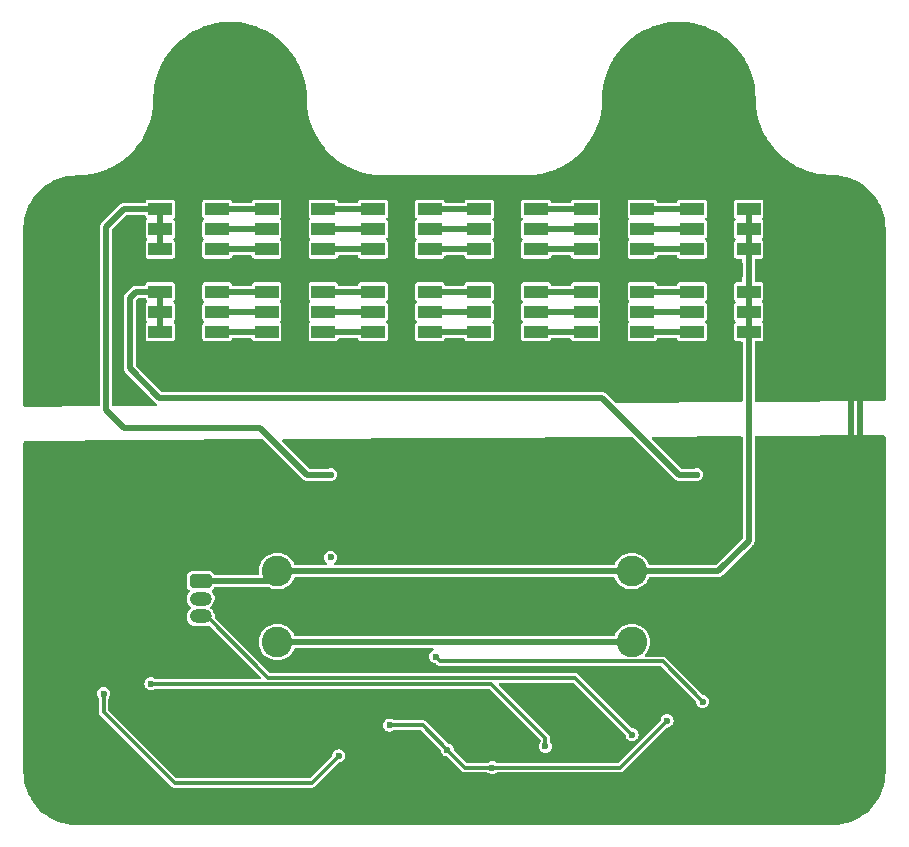
<source format=gbr>
%TF.GenerationSoftware,KiCad,Pcbnew,7.0.11-rc3*%
%TF.CreationDate,2025-03-16T23:28:45+08:00*%
%TF.ProjectId,mainhoop-light,6d61696e-686f-46f7-902d-6c696768742e,rev?*%
%TF.SameCoordinates,Original*%
%TF.FileFunction,Copper,L2,Bot*%
%TF.FilePolarity,Positive*%
%FSLAX46Y46*%
G04 Gerber Fmt 4.6, Leading zero omitted, Abs format (unit mm)*
G04 Created by KiCad (PCBNEW 7.0.11-rc3) date 2025-03-16 23:28:45*
%MOMM*%
%LPD*%
G01*
G04 APERTURE LIST*
G04 Aperture macros list*
%AMRoundRect*
0 Rectangle with rounded corners*
0 $1 Rounding radius*
0 $2 $3 $4 $5 $6 $7 $8 $9 X,Y pos of 4 corners*
0 Add a 4 corners polygon primitive as box body*
4,1,4,$2,$3,$4,$5,$6,$7,$8,$9,$2,$3,0*
0 Add four circle primitives for the rounded corners*
1,1,$1+$1,$2,$3*
1,1,$1+$1,$4,$5*
1,1,$1+$1,$6,$7*
1,1,$1+$1,$8,$9*
0 Add four rect primitives between the rounded corners*
20,1,$1+$1,$2,$3,$4,$5,0*
20,1,$1+$1,$4,$5,$6,$7,0*
20,1,$1+$1,$6,$7,$8,$9,0*
20,1,$1+$1,$8,$9,$2,$3,0*%
G04 Aperture macros list end*
%TA.AperFunction,ComponentPad*%
%ADD10C,2.600000*%
%TD*%
%TA.AperFunction,ComponentPad*%
%ADD11RoundRect,0.250000X-0.685000X0.335000X-0.685000X-0.335000X0.685000X-0.335000X0.685000X0.335000X0*%
%TD*%
%TA.AperFunction,ComponentPad*%
%ADD12O,1.870000X1.170000*%
%TD*%
%TA.AperFunction,ComponentPad*%
%ADD13C,6.800000*%
%TD*%
%TA.AperFunction,SMDPad,CuDef*%
%ADD14R,2.000000X1.100000*%
%TD*%
%TA.AperFunction,ViaPad*%
%ADD15C,0.600000*%
%TD*%
%TA.AperFunction,Conductor*%
%ADD16C,0.500000*%
%TD*%
%TA.AperFunction,Conductor*%
%ADD17C,0.300000*%
%TD*%
G04 APERTURE END LIST*
D10*
%TO.P,TP4,1,1*%
%TO.N,VDC*%
X84000000Y-69160000D03*
%TD*%
%TO.P,TP3,1,1*%
%TO.N,VDC*%
X114000000Y-69160000D03*
%TD*%
%TO.P,TP2,1,1*%
%TO.N,Net-(IC1-OUT_1)*%
X84000000Y-75160000D03*
%TD*%
%TO.P,TP1,1,1*%
%TO.N,Net-(IC1-OUT_1)*%
X114000000Y-75160000D03*
%TD*%
D11*
%TO.P,J1,1,Pin_1*%
%TO.N,VDC*%
X77500000Y-70000000D03*
D12*
%TO.P,J1,2,Pin_2*%
%TO.N,TSSI*%
X77500000Y-71500000D03*
%TO.P,J1,3,Pin_3*%
%TO.N,TSAL*%
X77500000Y-73000000D03*
%TO.P,J1,4,Pin_4*%
%TO.N,GND*%
X77500000Y-74500000D03*
%TD*%
D13*
%TO.P,H2,1,1*%
%TO.N,GND*%
X118000000Y-29160000D03*
%TD*%
%TO.P,H1,1,1*%
%TO.N,GND*%
X80000000Y-29160000D03*
%TD*%
D14*
%TO.P,D22,1,RK*%
%TO.N,Net-(D20-RA)*%
X110100000Y-48900000D03*
%TO.P,D22,2,GK*%
%TO.N,Net-(D20-GA)*%
X110100000Y-47200000D03*
%TO.P,D22,3,BK*%
%TO.N,Net-(D20-BA)*%
X110100000Y-45500000D03*
%TO.P,D22,4,BA*%
%TO.N,Net-(D22-BA)*%
X114900000Y-45500000D03*
%TO.P,D22,5,GA*%
%TO.N,Net-(D22-GA)*%
X114900000Y-47200000D03*
%TO.P,D22,6,RA*%
%TO.N,Net-(D22-RA)*%
X114900000Y-48900000D03*
%TD*%
%TO.P,D20,1,RK*%
%TO.N,Net-(D18-RA)*%
X101100000Y-48900000D03*
%TO.P,D20,2,GK*%
%TO.N,Net-(D18-GA)*%
X101100000Y-47200000D03*
%TO.P,D20,3,BK*%
%TO.N,Net-(D18-BA)*%
X101100000Y-45500000D03*
%TO.P,D20,4,BA*%
%TO.N,Net-(D20-BA)*%
X105900000Y-45500000D03*
%TO.P,D20,5,GA*%
%TO.N,Net-(D20-GA)*%
X105900000Y-47200000D03*
%TO.P,D20,6,RA*%
%TO.N,Net-(D20-RA)*%
X105900000Y-48900000D03*
%TD*%
%TO.P,D7,1,RK*%
%TO.N,Net-(D7-BK)*%
X74100000Y-41900000D03*
%TO.P,D7,2,GK*%
X74100000Y-40200000D03*
%TO.P,D7,3,BK*%
X74100000Y-38500000D03*
%TO.P,D7,4,BA*%
%TO.N,Net-(D7-BA)*%
X78900000Y-38500000D03*
%TO.P,D7,5,GA*%
%TO.N,Net-(D7-GA)*%
X78900000Y-40200000D03*
%TO.P,D7,6,RA*%
%TO.N,Net-(D7-RA)*%
X78900000Y-41900000D03*
%TD*%
%TO.P,D24,1,RK*%
%TO.N,Net-(D22-RA)*%
X119100000Y-48900000D03*
%TO.P,D24,2,GK*%
%TO.N,Net-(D22-GA)*%
X119100000Y-47200000D03*
%TO.P,D24,3,BK*%
%TO.N,Net-(D22-BA)*%
X119100000Y-45500000D03*
%TO.P,D24,4,BA*%
%TO.N,VDC*%
X123900000Y-45500000D03*
%TO.P,D24,5,GA*%
X123900000Y-47200000D03*
%TO.P,D24,6,RA*%
X123900000Y-48900000D03*
%TD*%
%TO.P,D12,1,RK*%
%TO.N,Net-(D11-RA)*%
X119100000Y-41900000D03*
%TO.P,D12,2,GK*%
%TO.N,Net-(D11-GA)*%
X119100000Y-40200000D03*
%TO.P,D12,3,BK*%
%TO.N,Net-(D11-BA)*%
X119100000Y-38500000D03*
%TO.P,D12,4,BA*%
%TO.N,VDC*%
X123900000Y-38500000D03*
%TO.P,D12,5,GA*%
X123900000Y-40200000D03*
%TO.P,D12,6,RA*%
X123900000Y-41900000D03*
%TD*%
%TO.P,D18,1,RK*%
%TO.N,Net-(D16-RA)*%
X92100000Y-48900000D03*
%TO.P,D18,2,GK*%
%TO.N,Net-(D16-GA)*%
X92100000Y-47200000D03*
%TO.P,D18,3,BK*%
%TO.N,Net-(D16-BA)*%
X92100000Y-45500000D03*
%TO.P,D18,4,BA*%
%TO.N,Net-(D18-BA)*%
X96900000Y-45500000D03*
%TO.P,D18,5,GA*%
%TO.N,Net-(D18-GA)*%
X96900000Y-47200000D03*
%TO.P,D18,6,RA*%
%TO.N,Net-(D18-RA)*%
X96900000Y-48900000D03*
%TD*%
%TO.P,D10,1,RK*%
%TO.N,Net-(D10-RK)*%
X101100000Y-41900000D03*
%TO.P,D10,2,GK*%
%TO.N,Net-(D10-GK)*%
X101100000Y-40200000D03*
%TO.P,D10,3,BK*%
%TO.N,Net-(D10-BK)*%
X101100000Y-38500000D03*
%TO.P,D10,4,BA*%
%TO.N,Net-(D10-BA)*%
X105900000Y-38500000D03*
%TO.P,D10,5,GA*%
%TO.N,Net-(D10-GA)*%
X105900000Y-40200000D03*
%TO.P,D10,6,RA*%
%TO.N,Net-(D10-RA)*%
X105900000Y-41900000D03*
%TD*%
%TO.P,D14,1,RK*%
%TO.N,Net-(D14-BK)*%
X74100000Y-48900000D03*
%TO.P,D14,2,GK*%
X74100000Y-47200000D03*
%TO.P,D14,3,BK*%
X74100000Y-45500000D03*
%TO.P,D14,4,BA*%
%TO.N,Net-(D14-BA)*%
X78900000Y-45500000D03*
%TO.P,D14,5,GA*%
%TO.N,Net-(D14-GA)*%
X78900000Y-47200000D03*
%TO.P,D14,6,RA*%
%TO.N,Net-(D14-RA)*%
X78900000Y-48900000D03*
%TD*%
%TO.P,D11,1,RK*%
%TO.N,Net-(D10-RA)*%
X110100000Y-41900000D03*
%TO.P,D11,2,GK*%
%TO.N,Net-(D10-GA)*%
X110100000Y-40200000D03*
%TO.P,D11,3,BK*%
%TO.N,Net-(D10-BA)*%
X110100000Y-38500000D03*
%TO.P,D11,4,BA*%
%TO.N,Net-(D11-BA)*%
X114900000Y-38500000D03*
%TO.P,D11,5,GA*%
%TO.N,Net-(D11-GA)*%
X114900000Y-40200000D03*
%TO.P,D11,6,RA*%
%TO.N,Net-(D11-RA)*%
X114900000Y-41900000D03*
%TD*%
%TO.P,D9,1,RK*%
%TO.N,Net-(D8-RA)*%
X92100000Y-41900000D03*
%TO.P,D9,2,GK*%
%TO.N,Net-(D8-GA)*%
X92100000Y-40200000D03*
%TO.P,D9,3,BK*%
%TO.N,Net-(D8-BA)*%
X92100000Y-38500000D03*
%TO.P,D9,4,BA*%
%TO.N,Net-(D10-BK)*%
X96900000Y-38500000D03*
%TO.P,D9,5,GA*%
%TO.N,Net-(D10-GK)*%
X96900000Y-40200000D03*
%TO.P,D9,6,RA*%
%TO.N,Net-(D10-RK)*%
X96900000Y-41900000D03*
%TD*%
%TO.P,D16,1,RK*%
%TO.N,Net-(D14-RA)*%
X83100000Y-48900000D03*
%TO.P,D16,2,GK*%
%TO.N,Net-(D14-GA)*%
X83100000Y-47200000D03*
%TO.P,D16,3,BK*%
%TO.N,Net-(D14-BA)*%
X83100000Y-45500000D03*
%TO.P,D16,4,BA*%
%TO.N,Net-(D16-BA)*%
X87900000Y-45500000D03*
%TO.P,D16,5,GA*%
%TO.N,Net-(D16-GA)*%
X87900000Y-47200000D03*
%TO.P,D16,6,RA*%
%TO.N,Net-(D16-RA)*%
X87900000Y-48900000D03*
%TD*%
%TO.P,D8,1,RK*%
%TO.N,Net-(D7-RA)*%
X83100000Y-41900000D03*
%TO.P,D8,2,GK*%
%TO.N,Net-(D7-GA)*%
X83100000Y-40200000D03*
%TO.P,D8,3,BK*%
%TO.N,Net-(D7-BA)*%
X83100000Y-38500000D03*
%TO.P,D8,4,BA*%
%TO.N,Net-(D8-BA)*%
X87900000Y-38500000D03*
%TO.P,D8,5,GA*%
%TO.N,Net-(D8-GA)*%
X87900000Y-40200000D03*
%TO.P,D8,6,RA*%
%TO.N,Net-(D8-RA)*%
X87900000Y-41900000D03*
%TD*%
D15*
%TO.N,GND*%
X103680000Y-88540000D03*
X85900000Y-32660000D03*
X116380000Y-68220000D03*
X83360000Y-35200000D03*
X116380000Y-52980000D03*
X131620000Y-60600000D03*
X129080000Y-73300000D03*
X129080000Y-70760000D03*
X124000000Y-88540000D03*
X75740000Y-50440000D03*
X121460000Y-75840000D03*
X83360000Y-60600000D03*
X131620000Y-45360000D03*
X75740000Y-37740000D03*
X108760000Y-73300000D03*
X131620000Y-65680000D03*
X134160000Y-86000000D03*
X126540000Y-68220000D03*
X126540000Y-37740000D03*
X85900000Y-80920000D03*
X116380000Y-63140000D03*
X103680000Y-47900000D03*
X75740000Y-88540000D03*
X116380000Y-70760000D03*
X68120000Y-63140000D03*
X111300000Y-52980000D03*
X65580000Y-88540000D03*
X90980000Y-63140000D03*
X68120000Y-88540000D03*
X131620000Y-83460000D03*
X121460000Y-37740000D03*
X108760000Y-63140000D03*
X98600000Y-60600000D03*
X88440000Y-70760000D03*
X111300000Y-50440000D03*
X129080000Y-40280000D03*
X70660000Y-78380000D03*
X134160000Y-75840000D03*
X75740000Y-42820000D03*
X73200000Y-63140000D03*
X80820000Y-65680000D03*
X101140000Y-63140000D03*
X75740000Y-80920000D03*
X126540000Y-42820000D03*
X68120000Y-65680000D03*
X134160000Y-63140000D03*
X108760000Y-80920000D03*
X118920000Y-52980000D03*
X134160000Y-60600000D03*
X129080000Y-52980000D03*
X131620000Y-68220000D03*
X83360000Y-50440000D03*
X101140000Y-65680000D03*
X75740000Y-65680000D03*
X129080000Y-88540000D03*
X68120000Y-37740000D03*
X126540000Y-47900000D03*
X68120000Y-73300000D03*
X126540000Y-78380000D03*
X129080000Y-37740000D03*
X108760000Y-35200000D03*
X93520000Y-52980000D03*
X118920000Y-73300000D03*
X133300000Y-51800000D03*
X131620000Y-75840000D03*
X131620000Y-37740000D03*
X106220000Y-68220000D03*
X121460000Y-73300000D03*
X85900000Y-73300000D03*
X113840000Y-35200000D03*
X108760000Y-52980000D03*
X70660000Y-60600000D03*
X126540000Y-86000000D03*
X78280000Y-80920000D03*
X126540000Y-65680000D03*
X75740000Y-47900000D03*
X98600000Y-52980000D03*
X103680000Y-68220000D03*
X121460000Y-70760000D03*
X80820000Y-42820000D03*
X75740000Y-68220000D03*
X73200000Y-68220000D03*
X101140000Y-50440000D03*
X111300000Y-32660000D03*
X78280000Y-75840000D03*
X68120000Y-70760000D03*
X133300000Y-58300000D03*
X68120000Y-45360000D03*
X129080000Y-65680000D03*
X131620000Y-70760000D03*
X101140000Y-88540000D03*
X101140000Y-52980000D03*
X70660000Y-88540000D03*
X68120000Y-68220000D03*
X96060000Y-88540000D03*
X83360000Y-52980000D03*
X124000000Y-78380000D03*
X103680000Y-65680000D03*
X131620000Y-80920000D03*
X129080000Y-42820000D03*
X65580000Y-47900000D03*
X85900000Y-42820000D03*
X129080000Y-60600000D03*
X121460000Y-63140000D03*
X113840000Y-63140000D03*
X93520000Y-68220000D03*
X118920000Y-63140000D03*
X126540000Y-80920000D03*
X103680000Y-40280000D03*
X96060000Y-50440000D03*
X103680000Y-37740000D03*
X126540000Y-50440000D03*
X78280000Y-65680000D03*
X68120000Y-40280000D03*
X118920000Y-88540000D03*
X103680000Y-50440000D03*
X132600000Y-59000000D03*
X85900000Y-68220000D03*
X129080000Y-75840000D03*
X68120000Y-42820000D03*
X134160000Y-80920000D03*
X134160000Y-73300000D03*
X129080000Y-78380000D03*
X96060000Y-60600000D03*
X65580000Y-50440000D03*
X131620000Y-63140000D03*
X121460000Y-50440000D03*
X111300000Y-83460000D03*
X129080000Y-68220000D03*
X124000000Y-35200000D03*
X65580000Y-68220000D03*
X116380000Y-88540000D03*
X133300000Y-59000000D03*
X121460000Y-65680000D03*
X124000000Y-80920000D03*
X88440000Y-35200000D03*
X70660000Y-73300000D03*
X134160000Y-68220000D03*
X106220000Y-52980000D03*
X68120000Y-78380000D03*
X121460000Y-47900000D03*
X65580000Y-73300000D03*
X106220000Y-73300000D03*
X99900000Y-82300000D03*
X65580000Y-83460000D03*
X113840000Y-50440000D03*
X73200000Y-50440000D03*
X65580000Y-60600000D03*
X65580000Y-52980000D03*
X131620000Y-73300000D03*
X65580000Y-37740000D03*
X75740000Y-73300000D03*
X78280000Y-35200000D03*
X73200000Y-65680000D03*
X75740000Y-40280000D03*
X124000000Y-86000000D03*
X111300000Y-88540000D03*
X85900000Y-45360000D03*
X88440000Y-88540000D03*
X65580000Y-42820000D03*
X73200000Y-83460000D03*
X96060000Y-63140000D03*
X96060000Y-83460000D03*
X106220000Y-63140000D03*
X129080000Y-50440000D03*
X132600000Y-52500000D03*
X129080000Y-47900000D03*
X131620000Y-78380000D03*
X75740000Y-35200000D03*
X75740000Y-70760000D03*
X68120000Y-86000000D03*
X83360000Y-63140000D03*
X85900000Y-37740000D03*
X101140000Y-68220000D03*
X80820000Y-50440000D03*
X103680000Y-42820000D03*
X73200000Y-32660000D03*
X80820000Y-60600000D03*
X126540000Y-45360000D03*
X70660000Y-63140000D03*
X73200000Y-73300000D03*
X131620000Y-40280000D03*
X134160000Y-47900000D03*
X116380000Y-75840000D03*
X65580000Y-86000000D03*
X121460000Y-40280000D03*
X111300000Y-73300000D03*
X108760000Y-50440000D03*
X126540000Y-75840000D03*
X126540000Y-52980000D03*
X121460000Y-52980000D03*
X131620000Y-50440000D03*
X134160000Y-83460000D03*
X113840000Y-60600000D03*
X78280000Y-88540000D03*
X98600000Y-63140000D03*
X134160000Y-65680000D03*
X103680000Y-63140000D03*
X121460000Y-58060000D03*
X88440000Y-52980000D03*
X65580000Y-80920000D03*
X134160000Y-78380000D03*
X73200000Y-70760000D03*
X103680000Y-45360000D03*
X126540000Y-40280000D03*
X65580000Y-45360000D03*
X96060000Y-52980000D03*
X68120000Y-75840000D03*
X116380000Y-35200000D03*
X126540000Y-58060000D03*
X78280000Y-50440000D03*
X70660000Y-65680000D03*
X124000000Y-73300000D03*
X73200000Y-88540000D03*
X108760000Y-65680000D03*
X93520000Y-63140000D03*
X106220000Y-65680000D03*
X134160000Y-42820000D03*
X93520000Y-50440000D03*
X85900000Y-47900000D03*
X116380000Y-73300000D03*
X126540000Y-88540000D03*
X90980000Y-68220000D03*
X113840000Y-88540000D03*
X85900000Y-50440000D03*
X132600000Y-58300000D03*
X126540000Y-70760000D03*
X98600000Y-65680000D03*
X106220000Y-50440000D03*
X68120000Y-47900000D03*
X118920000Y-65680000D03*
X129080000Y-63140000D03*
X116380000Y-50440000D03*
X85900000Y-63140000D03*
X106220000Y-88540000D03*
X75740000Y-45360000D03*
X118920000Y-58060000D03*
X121460000Y-80920000D03*
X111300000Y-35200000D03*
X121460000Y-88540000D03*
X103680000Y-52980000D03*
X126540000Y-73300000D03*
X124000000Y-75840000D03*
X86550000Y-84587500D03*
X118920000Y-68220000D03*
X129080000Y-80920000D03*
X88440000Y-50440000D03*
X83360000Y-73300000D03*
X113840000Y-52980000D03*
X65580000Y-70760000D03*
X111300000Y-60600000D03*
X121460000Y-45360000D03*
X89400000Y-81400000D03*
X68120000Y-60600000D03*
X90980000Y-88540000D03*
X126540000Y-63140000D03*
X111300000Y-68220000D03*
X75740000Y-52980000D03*
X124000000Y-83460000D03*
X111300000Y-63140000D03*
X134160000Y-40280000D03*
X78280000Y-52980000D03*
X70660000Y-68220000D03*
X98600000Y-88540000D03*
X96060000Y-68220000D03*
X129080000Y-83460000D03*
X106220000Y-80920000D03*
X80820000Y-63140000D03*
X121460000Y-78380000D03*
X96060000Y-80920000D03*
X133300000Y-52500000D03*
X129080000Y-86000000D03*
X98600000Y-50440000D03*
X93500000Y-64600000D03*
X90980000Y-50440000D03*
X98600000Y-68220000D03*
X101140000Y-60600000D03*
X108760000Y-88540000D03*
X121460000Y-35200000D03*
X121460000Y-86000000D03*
X85900000Y-35200000D03*
X111300000Y-65680000D03*
X96900000Y-77100000D03*
X116380000Y-86000000D03*
X134160000Y-70760000D03*
X70660000Y-75840000D03*
X124000000Y-70760000D03*
X65580000Y-65680000D03*
X113840000Y-65680000D03*
X73200000Y-75840000D03*
X113840000Y-73300000D03*
X90980000Y-52980000D03*
X65580000Y-78380000D03*
X70660000Y-70760000D03*
X96060000Y-65680000D03*
X85900000Y-52980000D03*
X121460000Y-83460000D03*
X124000000Y-68220000D03*
X78280000Y-68220000D03*
X75740000Y-63140000D03*
X118920000Y-35200000D03*
X85900000Y-40280000D03*
X98600000Y-42820000D03*
X126540000Y-83460000D03*
X126540000Y-35200000D03*
X131620000Y-86000000D03*
X108760000Y-68220000D03*
X65580000Y-63140000D03*
X85900000Y-70760000D03*
X131620000Y-42820000D03*
X103680000Y-83460000D03*
X124000000Y-32660000D03*
X93520000Y-88540000D03*
X80820000Y-52980000D03*
X134160000Y-45360000D03*
X132600000Y-51800000D03*
X65580000Y-40280000D03*
X108760000Y-70760000D03*
X118920000Y-50440000D03*
X129080000Y-58060000D03*
X78280000Y-63140000D03*
X106220000Y-70760000D03*
X68120000Y-50440000D03*
X111300000Y-70760000D03*
X131620000Y-88540000D03*
X131620000Y-47900000D03*
X118920000Y-75840000D03*
X73200000Y-35200000D03*
X75740000Y-75840000D03*
X121460000Y-42820000D03*
X118920000Y-70760000D03*
X65580000Y-75840000D03*
X129080000Y-45360000D03*
X68120000Y-52980000D03*
X116380000Y-65680000D03*
X134160000Y-50440000D03*
%TO.N,VDC*%
X123900000Y-48100000D03*
X123900000Y-42900000D03*
X123900000Y-39400000D03*
X123900000Y-44400000D03*
X123900000Y-41100000D03*
X123900000Y-46400000D03*
%TO.N,+12V*%
X93500000Y-82200000D03*
X88500000Y-68000000D03*
X98400000Y-84300000D03*
X117000000Y-81825000D03*
X102200000Y-85800000D03*
%TO.N,Net-(D7-BK)*%
X88500000Y-61000000D03*
%TO.N,Net-(D14-BK)*%
X119500000Y-61000000D03*
%TO.N,TSAL_EN*%
X97400000Y-76400000D03*
X120000000Y-80200000D03*
%TO.N,Net-(Q4-G)*%
X69300000Y-79525000D03*
X89200000Y-84800000D03*
%TO.N,TSAL*%
X114025000Y-83000000D03*
%TO.N,Net-(Q9-G)*%
X73300000Y-78700000D03*
X106700000Y-84000000D03*
%TD*%
D16*
%TO.N,GND*%
X132600000Y-59000000D02*
X132600000Y-51800000D01*
X133300000Y-51800000D02*
X133300000Y-59000000D01*
%TO.N,VDC*%
X77500000Y-70000000D02*
X83160000Y-70000000D01*
X84000000Y-69160000D02*
X114000000Y-69160000D01*
X123900000Y-42900000D02*
X123900000Y-44400000D01*
X123900000Y-44400000D02*
X123900000Y-48100000D01*
X123900000Y-66600000D02*
X123900000Y-49500000D01*
X83160000Y-70000000D02*
X84000000Y-69160000D01*
X123900000Y-49500000D02*
X123900000Y-48900000D01*
X121340000Y-69160000D02*
X123900000Y-66600000D01*
X123900000Y-38500000D02*
X123900000Y-42900000D01*
X114000000Y-69160000D02*
X121340000Y-69160000D01*
X123900000Y-48100000D02*
X123900000Y-49500000D01*
D17*
%TO.N,+12V*%
X98400000Y-84300000D02*
X96300000Y-82200000D01*
X96300000Y-82200000D02*
X93500000Y-82200000D01*
X99900000Y-85800000D02*
X98400000Y-84300000D01*
X113025000Y-85800000D02*
X102200000Y-85800000D01*
X117000000Y-81825000D02*
X113025000Y-85800000D01*
X102200000Y-85800000D02*
X99900000Y-85800000D01*
D16*
%TO.N,Net-(D7-BK)*%
X84000000Y-58500000D02*
X86500000Y-61000000D01*
X86500000Y-61000000D02*
X88500000Y-61000000D01*
X82500000Y-57000000D02*
X84000000Y-58500000D01*
X69500000Y-55500000D02*
X71000000Y-57000000D01*
X69500000Y-40000000D02*
X69500000Y-55500000D01*
X71000000Y-38500000D02*
X69500000Y-40000000D01*
X74100000Y-38500000D02*
X74100000Y-41900000D01*
X71000000Y-57000000D02*
X71500000Y-57000000D01*
X71500000Y-57000000D02*
X82500000Y-57000000D01*
X74100000Y-38500000D02*
X71000000Y-38500000D01*
%TO.N,Net-(D7-BA)*%
X78900000Y-38500000D02*
X83100000Y-38500000D01*
%TO.N,Net-(D7-GA)*%
X83100000Y-40200000D02*
X78900000Y-40200000D01*
%TO.N,Net-(D7-RA)*%
X78900000Y-41900000D02*
X83100000Y-41900000D01*
%TO.N,Net-(D8-BA)*%
X87900000Y-38500000D02*
X92100000Y-38500000D01*
%TO.N,Net-(D8-GA)*%
X92100000Y-40200000D02*
X87900000Y-40200000D01*
%TO.N,Net-(D8-RA)*%
X87900000Y-41900000D02*
X92100000Y-41900000D01*
%TO.N,Net-(D10-BK)*%
X96900000Y-38500000D02*
X101100000Y-38500000D01*
%TO.N,Net-(D10-GK)*%
X101100000Y-40200000D02*
X96900000Y-40200000D01*
%TO.N,Net-(D10-RK)*%
X96900000Y-41900000D02*
X101100000Y-41900000D01*
%TO.N,Net-(D10-BA)*%
X105900000Y-38500000D02*
X110100000Y-38500000D01*
%TO.N,Net-(D10-GA)*%
X105900000Y-40200000D02*
X110100000Y-40200000D01*
%TO.N,Net-(D10-RA)*%
X105900000Y-41900000D02*
X110100000Y-41900000D01*
%TO.N,Net-(D11-BA)*%
X114900000Y-38500000D02*
X119100000Y-38500000D01*
%TO.N,Net-(D11-GA)*%
X119100000Y-40200000D02*
X114900000Y-40200000D01*
%TO.N,Net-(D11-RA)*%
X114900000Y-41900000D02*
X119100000Y-41900000D01*
%TO.N,Net-(D14-BA)*%
X83100000Y-45500000D02*
X78900000Y-45500000D01*
%TO.N,Net-(D14-GA)*%
X83100000Y-47200000D02*
X78900000Y-47200000D01*
%TO.N,Net-(D14-RA)*%
X78900000Y-48900000D02*
X83100000Y-48900000D01*
%TO.N,Net-(D16-BA)*%
X87900000Y-45500000D02*
X92100000Y-45500000D01*
%TO.N,Net-(D16-GA)*%
X92100000Y-47200000D02*
X87900000Y-47200000D01*
%TO.N,Net-(D16-RA)*%
X87900000Y-48900000D02*
X92100000Y-48900000D01*
%TO.N,Net-(D18-BA)*%
X101100000Y-45500000D02*
X96900000Y-45500000D01*
%TO.N,Net-(D18-GA)*%
X96900000Y-47200000D02*
X101100000Y-47200000D01*
%TO.N,Net-(D18-RA)*%
X101100000Y-48900000D02*
X96900000Y-48900000D01*
%TO.N,Net-(D20-BA)*%
X110100000Y-45500000D02*
X105900000Y-45500000D01*
%TO.N,Net-(D20-GA)*%
X105900000Y-47200000D02*
X110100000Y-47200000D01*
%TO.N,Net-(D20-RA)*%
X110100000Y-48900000D02*
X105900000Y-48900000D01*
%TO.N,Net-(D22-BA)*%
X119100000Y-45500000D02*
X114900000Y-45500000D01*
%TO.N,Net-(D22-GA)*%
X114900000Y-47200000D02*
X119100000Y-47200000D01*
%TO.N,Net-(D22-RA)*%
X119100000Y-48900000D02*
X114900000Y-48900000D01*
%TO.N,Net-(D14-BK)*%
X74100000Y-45500000D02*
X74100000Y-48900000D01*
X118000000Y-61000000D02*
X119500000Y-61000000D01*
X71500000Y-46000000D02*
X71500000Y-52000000D01*
X74100000Y-45500000D02*
X72000000Y-45500000D01*
X72000000Y-45500000D02*
X71500000Y-46000000D01*
X74000000Y-54500000D02*
X111500000Y-54500000D01*
X71500000Y-52000000D02*
X74000000Y-54500000D01*
X111500000Y-54500000D02*
X115500000Y-58500000D01*
X115500000Y-58500000D02*
X118000000Y-61000000D01*
D17*
%TO.N,TSAL_EN*%
X97810000Y-76810000D02*
X116610000Y-76810000D01*
X97400000Y-76400000D02*
X97810000Y-76810000D01*
X116610000Y-76810000D02*
X120000000Y-80200000D01*
D16*
%TO.N,Net-(IC1-OUT_1)*%
X84000000Y-75160000D02*
X114000000Y-75160000D01*
D17*
%TO.N,Net-(Q4-G)*%
X89200000Y-84800000D02*
X86900000Y-87100000D01*
X75300000Y-87100000D02*
X69300000Y-81100000D01*
X86900000Y-87100000D02*
X75300000Y-87100000D01*
X69300000Y-81100000D02*
X69300000Y-79525000D01*
%TO.N,TSAL*%
X78035000Y-73000000D02*
X83235000Y-78200000D01*
X77500000Y-73000000D02*
X78035000Y-73000000D01*
X83235000Y-78200000D02*
X109225000Y-78200000D01*
X109225000Y-78200000D02*
X114025000Y-83000000D01*
%TO.N,Net-(Q9-G)*%
X106700000Y-83300000D02*
X102100000Y-78700000D01*
X102100000Y-78700000D02*
X73300000Y-78700000D01*
X106700000Y-84000000D02*
X106700000Y-83300000D01*
%TD*%
%TA.AperFunction,Conductor*%
%TO.N,GND*%
G36*
X80253690Y-22665633D02*
G01*
X80740655Y-22703019D01*
X80750061Y-22704105D01*
X81232766Y-22778664D01*
X81242071Y-22780469D01*
X81717626Y-22891752D01*
X81726773Y-22894266D01*
X82192420Y-23041629D01*
X82201333Y-23044830D01*
X82654340Y-23227409D01*
X82662986Y-23231284D01*
X83100697Y-23448009D01*
X83109016Y-23452533D01*
X83528831Y-23702115D01*
X83536804Y-23707279D01*
X83936272Y-23988258D01*
X83943818Y-23994009D01*
X84320614Y-24304750D01*
X84327706Y-24311070D01*
X84679609Y-24649743D01*
X84686196Y-24656588D01*
X85011134Y-25021196D01*
X85017177Y-25028524D01*
X85313252Y-25416938D01*
X85318717Y-25424708D01*
X85584184Y-25834636D01*
X85589039Y-25842801D01*
X85822363Y-26271878D01*
X85826577Y-26280391D01*
X86026356Y-26726036D01*
X86029907Y-26734846D01*
X86194993Y-27194493D01*
X86197859Y-27203549D01*
X86327271Y-27674474D01*
X86329436Y-27683723D01*
X86422424Y-28163190D01*
X86423874Y-28172578D01*
X86479884Y-28657748D01*
X86480611Y-28667219D01*
X86499409Y-29157625D01*
X86499500Y-29162375D01*
X86499500Y-29403251D01*
X86535852Y-29888333D01*
X86608358Y-30369370D01*
X86716606Y-30843638D01*
X86859998Y-31308498D01*
X87037707Y-31761291D01*
X87037713Y-31761304D01*
X87037718Y-31761317D01*
X87085782Y-31861123D01*
X87248785Y-32199605D01*
X87248787Y-32199608D01*
X87424221Y-32503467D01*
X87492018Y-32620895D01*
X87671884Y-32884710D01*
X87766057Y-33022836D01*
X88040206Y-33366608D01*
X88069357Y-33403162D01*
X88400236Y-33759764D01*
X88655555Y-33996666D01*
X88756838Y-34090643D01*
X89080623Y-34348853D01*
X89137171Y-34393948D01*
X89539105Y-34667982D01*
X89719209Y-34771965D01*
X89960391Y-34911212D01*
X89960394Y-34911214D01*
X90026229Y-34942918D01*
X90398683Y-35122282D01*
X90398704Y-35122290D01*
X90398708Y-35122292D01*
X90851501Y-35300001D01*
X90851513Y-35300004D01*
X90851519Y-35300007D01*
X91078857Y-35370132D01*
X91316361Y-35443393D01*
X91316366Y-35443394D01*
X91316369Y-35443395D01*
X91790636Y-35551643D01*
X92254755Y-35621598D01*
X92271666Y-35624147D01*
X92756748Y-35660499D01*
X92756764Y-35660499D01*
X92756768Y-35660500D01*
X92756770Y-35660500D01*
X105243230Y-35660500D01*
X105243232Y-35660500D01*
X105243235Y-35660499D01*
X105243251Y-35660499D01*
X105655451Y-35629608D01*
X105728334Y-35624147D01*
X106209364Y-35551643D01*
X106683631Y-35443395D01*
X106683636Y-35443393D01*
X106683638Y-35443393D01*
X106859128Y-35389261D01*
X107148481Y-35300007D01*
X107148490Y-35300003D01*
X107148498Y-35300001D01*
X107495749Y-35163714D01*
X107601317Y-35122282D01*
X108039605Y-34911214D01*
X108460895Y-34667982D01*
X108862829Y-34393948D01*
X109243162Y-34090643D01*
X109599764Y-33759764D01*
X109930643Y-33403162D01*
X110233948Y-33022829D01*
X110507982Y-32620895D01*
X110751214Y-32199605D01*
X110962282Y-31761317D01*
X111003714Y-31655749D01*
X111140001Y-31308498D01*
X111140003Y-31308490D01*
X111140007Y-31308481D01*
X111283395Y-30843631D01*
X111391643Y-30369364D01*
X111464147Y-29888334D01*
X111469608Y-29815451D01*
X111500499Y-29403251D01*
X111500500Y-29403230D01*
X111500500Y-29162375D01*
X111500591Y-29157626D01*
X111510768Y-28892119D01*
X111519389Y-28667197D01*
X111520113Y-28657771D01*
X111576128Y-28172555D01*
X111577571Y-28163213D01*
X111670567Y-27683702D01*
X111672722Y-27674496D01*
X111802146Y-27203528D01*
X111804999Y-27194513D01*
X111970097Y-26734833D01*
X111973637Y-26726049D01*
X112173430Y-26280373D01*
X112177627Y-26271895D01*
X112410972Y-25842780D01*
X112415802Y-25834656D01*
X112681292Y-25424693D01*
X112686736Y-25416952D01*
X112982836Y-25028506D01*
X112988850Y-25021213D01*
X113313810Y-24656579D01*
X113320382Y-24649750D01*
X113672311Y-24311053D01*
X113679366Y-24304766D01*
X114056193Y-23993999D01*
X114063717Y-23988264D01*
X114463195Y-23707279D01*
X114471159Y-23702120D01*
X114890998Y-23452524D01*
X114899291Y-23448014D01*
X115337022Y-23231280D01*
X115345649Y-23227413D01*
X115798674Y-23044827D01*
X115807571Y-23041631D01*
X116273233Y-22894264D01*
X116282367Y-22891754D01*
X116757933Y-22780467D01*
X116767228Y-22778664D01*
X117249941Y-22704104D01*
X117259341Y-22703020D01*
X117746310Y-22665633D01*
X117755802Y-22665269D01*
X118244198Y-22665269D01*
X118253690Y-22665633D01*
X118740655Y-22703019D01*
X118750061Y-22704105D01*
X119232766Y-22778664D01*
X119242071Y-22780469D01*
X119717626Y-22891752D01*
X119726773Y-22894266D01*
X120192420Y-23041629D01*
X120201333Y-23044830D01*
X120654340Y-23227409D01*
X120662986Y-23231284D01*
X121100697Y-23448009D01*
X121109016Y-23452533D01*
X121528831Y-23702115D01*
X121536804Y-23707279D01*
X121936272Y-23988258D01*
X121943818Y-23994009D01*
X122320614Y-24304750D01*
X122327706Y-24311070D01*
X122679609Y-24649743D01*
X122686196Y-24656588D01*
X123011134Y-25021196D01*
X123017177Y-25028524D01*
X123313252Y-25416938D01*
X123318717Y-25424708D01*
X123584184Y-25834636D01*
X123589039Y-25842801D01*
X123822363Y-26271878D01*
X123826577Y-26280391D01*
X124026356Y-26726036D01*
X124029907Y-26734846D01*
X124194993Y-27194493D01*
X124197859Y-27203549D01*
X124327271Y-27674474D01*
X124329436Y-27683723D01*
X124422424Y-28163190D01*
X124423874Y-28172578D01*
X124479884Y-28657748D01*
X124480611Y-28667219D01*
X124499409Y-29157625D01*
X124499500Y-29162375D01*
X124499500Y-29401155D01*
X124535539Y-29882061D01*
X124607420Y-30358950D01*
X124714734Y-30829124D01*
X124714738Y-30829139D01*
X124856892Y-31289990D01*
X125033070Y-31738882D01*
X125033076Y-31738895D01*
X125033081Y-31738908D01*
X125051653Y-31777473D01*
X125242330Y-32173420D01*
X125242332Y-32173423D01*
X125432884Y-32503467D01*
X125483467Y-32591080D01*
X125503795Y-32620895D01*
X125755146Y-32989559D01*
X125781684Y-33022836D01*
X126055833Y-33366608D01*
X126383861Y-33720139D01*
X126737392Y-34048167D01*
X126858832Y-34145012D01*
X127063909Y-34308556D01*
X127114448Y-34348859D01*
X127512920Y-34620533D01*
X127645493Y-34697074D01*
X127930576Y-34861667D01*
X127930579Y-34861669D01*
X128033457Y-34911212D01*
X128365092Y-35070919D01*
X128365113Y-35070927D01*
X128365117Y-35070929D01*
X128814009Y-35247107D01*
X128814021Y-35247110D01*
X128814027Y-35247113D01*
X129274873Y-35389265D01*
X129745054Y-35496581D01*
X130129059Y-35554460D01*
X130221938Y-35568460D01*
X130702844Y-35604499D01*
X130702860Y-35604499D01*
X130702864Y-35604500D01*
X130878108Y-35604500D01*
X130941294Y-35604500D01*
X130946702Y-35604618D01*
X130958869Y-35605149D01*
X131335650Y-35621599D01*
X131346387Y-35622539D01*
X131729687Y-35673001D01*
X131740325Y-35674876D01*
X132117773Y-35758555D01*
X132128213Y-35761353D01*
X132496910Y-35877602D01*
X132507071Y-35881300D01*
X132864244Y-36029247D01*
X132874036Y-36033813D01*
X133216965Y-36212330D01*
X133226305Y-36217723D01*
X133489401Y-36385334D01*
X133552356Y-36425441D01*
X133561217Y-36431645D01*
X133867926Y-36666991D01*
X133876202Y-36673935D01*
X134161245Y-36935128D01*
X134168871Y-36942754D01*
X134430062Y-37227795D01*
X134437008Y-37236073D01*
X134672354Y-37542782D01*
X134678558Y-37551643D01*
X134699016Y-37583755D01*
X134870073Y-37852260D01*
X134886268Y-37877680D01*
X134891673Y-37887042D01*
X134958197Y-38014833D01*
X135070183Y-38229957D01*
X135074755Y-38239761D01*
X135222698Y-38596926D01*
X135226398Y-38607092D01*
X135342645Y-38975782D01*
X135345445Y-38986230D01*
X135429121Y-39363666D01*
X135430999Y-39374320D01*
X135481458Y-39757592D01*
X135482401Y-39768368D01*
X135499382Y-40157297D01*
X135499500Y-40162706D01*
X135499500Y-54622689D01*
X135479815Y-54689728D01*
X135427011Y-54735483D01*
X135376329Y-54746686D01*
X124525329Y-54819216D01*
X124458159Y-54799980D01*
X124412052Y-54747483D01*
X124400500Y-54695219D01*
X124400500Y-49824500D01*
X124420185Y-49757461D01*
X124472989Y-49711706D01*
X124524500Y-49700500D01*
X124924676Y-49700500D01*
X124924677Y-49700499D01*
X124997740Y-49685966D01*
X125080601Y-49630601D01*
X125135966Y-49547740D01*
X125150500Y-49474674D01*
X125150500Y-48325326D01*
X125150500Y-48325323D01*
X125150499Y-48325321D01*
X125135967Y-48252264D01*
X125135966Y-48252260D01*
X125080601Y-48169399D01*
X125056209Y-48153101D01*
X125011405Y-48099491D01*
X125002698Y-48030166D01*
X125032852Y-47967138D01*
X125056210Y-47946898D01*
X125080601Y-47930601D01*
X125135966Y-47847740D01*
X125150500Y-47774674D01*
X125150500Y-46625326D01*
X125150500Y-46625323D01*
X125150499Y-46625321D01*
X125135967Y-46552264D01*
X125135966Y-46552260D01*
X125080601Y-46469399D01*
X125056209Y-46453101D01*
X125011405Y-46399491D01*
X125002698Y-46330166D01*
X125032852Y-46267138D01*
X125056210Y-46246898D01*
X125080601Y-46230601D01*
X125135966Y-46147740D01*
X125150500Y-46074674D01*
X125150500Y-44925326D01*
X125150500Y-44925323D01*
X125150499Y-44925321D01*
X125135967Y-44852264D01*
X125135966Y-44852260D01*
X125080601Y-44769399D01*
X124997740Y-44714034D01*
X124997739Y-44714033D01*
X124997735Y-44714032D01*
X124924677Y-44699500D01*
X124924674Y-44699500D01*
X124556186Y-44699500D01*
X124489147Y-44679815D01*
X124443392Y-44627011D01*
X124433448Y-44557853D01*
X124436296Y-44543964D01*
X124455250Y-44400000D01*
X124455250Y-44399999D01*
X124436330Y-44256293D01*
X124436330Y-44256291D01*
X124409937Y-44192572D01*
X124400500Y-44145124D01*
X124400500Y-43154875D01*
X124409939Y-43107422D01*
X124436330Y-43043709D01*
X124455250Y-42900000D01*
X124447441Y-42840685D01*
X124458206Y-42771650D01*
X124504586Y-42719394D01*
X124570380Y-42700500D01*
X124924676Y-42700500D01*
X124924677Y-42700499D01*
X124997740Y-42685966D01*
X125080601Y-42630601D01*
X125135966Y-42547740D01*
X125150500Y-42474674D01*
X125150500Y-41325326D01*
X125150500Y-41325323D01*
X125150499Y-41325321D01*
X125135967Y-41252264D01*
X125135966Y-41252260D01*
X125080601Y-41169399D01*
X125056209Y-41153101D01*
X125011405Y-41099491D01*
X125002698Y-41030166D01*
X125032852Y-40967138D01*
X125056210Y-40946898D01*
X125080601Y-40930601D01*
X125135966Y-40847740D01*
X125150500Y-40774674D01*
X125150500Y-39625326D01*
X125150500Y-39625323D01*
X125150499Y-39625321D01*
X125135967Y-39552264D01*
X125135966Y-39552260D01*
X125080601Y-39469399D01*
X125056209Y-39453101D01*
X125011405Y-39399491D01*
X125002698Y-39330166D01*
X125032852Y-39267138D01*
X125056210Y-39246898D01*
X125080601Y-39230601D01*
X125135966Y-39147740D01*
X125150500Y-39074674D01*
X125150500Y-37925326D01*
X125150500Y-37925323D01*
X125150499Y-37925321D01*
X125135967Y-37852264D01*
X125135966Y-37852260D01*
X125122377Y-37831922D01*
X125080601Y-37769399D01*
X124997740Y-37714034D01*
X124997739Y-37714033D01*
X124997735Y-37714032D01*
X124924677Y-37699500D01*
X124924674Y-37699500D01*
X122875326Y-37699500D01*
X122875323Y-37699500D01*
X122802264Y-37714032D01*
X122802260Y-37714033D01*
X122719399Y-37769399D01*
X122664033Y-37852260D01*
X122664032Y-37852264D01*
X122649500Y-37925321D01*
X122649500Y-39074678D01*
X122664032Y-39147735D01*
X122664033Y-39147739D01*
X122664034Y-39147740D01*
X122719399Y-39230601D01*
X122743790Y-39246898D01*
X122788594Y-39300511D01*
X122797301Y-39369836D01*
X122767146Y-39432863D01*
X122743791Y-39453100D01*
X122719399Y-39469399D01*
X122664033Y-39552260D01*
X122664032Y-39552264D01*
X122649500Y-39625321D01*
X122649500Y-40774678D01*
X122664032Y-40847735D01*
X122664033Y-40847739D01*
X122664034Y-40847740D01*
X122719399Y-40930601D01*
X122743790Y-40946898D01*
X122788594Y-41000511D01*
X122797301Y-41069836D01*
X122767146Y-41132863D01*
X122743791Y-41153100D01*
X122719399Y-41169399D01*
X122664033Y-41252260D01*
X122664032Y-41252264D01*
X122649500Y-41325321D01*
X122649500Y-42474678D01*
X122664032Y-42547735D01*
X122664033Y-42547739D01*
X122664034Y-42547740D01*
X122719399Y-42630601D01*
X122802260Y-42685966D01*
X122802264Y-42685967D01*
X122875321Y-42700499D01*
X122875324Y-42700500D01*
X122875326Y-42700500D01*
X123229620Y-42700500D01*
X123296659Y-42720185D01*
X123342414Y-42772989D01*
X123352559Y-42840686D01*
X123344750Y-42899999D01*
X123344750Y-42900000D01*
X123363670Y-43043708D01*
X123363670Y-43043709D01*
X123390061Y-43107422D01*
X123399500Y-43154875D01*
X123399500Y-44145124D01*
X123390062Y-44192575D01*
X123363669Y-44256293D01*
X123344750Y-44399999D01*
X123344750Y-44400000D01*
X123364731Y-44551766D01*
X123363387Y-44551942D01*
X123361924Y-44613263D01*
X123322758Y-44671124D01*
X123258528Y-44698624D01*
X123243814Y-44699500D01*
X122875323Y-44699500D01*
X122802264Y-44714032D01*
X122802260Y-44714033D01*
X122719399Y-44769399D01*
X122664033Y-44852260D01*
X122664032Y-44852264D01*
X122649500Y-44925321D01*
X122649500Y-46074678D01*
X122664032Y-46147735D01*
X122664033Y-46147739D01*
X122664034Y-46147740D01*
X122719399Y-46230601D01*
X122743790Y-46246898D01*
X122788594Y-46300511D01*
X122797301Y-46369836D01*
X122767146Y-46432863D01*
X122743791Y-46453100D01*
X122719399Y-46469399D01*
X122664033Y-46552260D01*
X122664032Y-46552264D01*
X122649500Y-46625321D01*
X122649500Y-47774678D01*
X122664032Y-47847735D01*
X122664033Y-47847739D01*
X122664034Y-47847740D01*
X122719399Y-47930601D01*
X122743790Y-47946898D01*
X122788594Y-48000511D01*
X122797301Y-48069836D01*
X122767146Y-48132863D01*
X122743791Y-48153100D01*
X122719399Y-48169399D01*
X122664033Y-48252260D01*
X122664032Y-48252264D01*
X122649500Y-48325321D01*
X122649500Y-49474678D01*
X122664032Y-49547735D01*
X122664033Y-49547739D01*
X122664034Y-49547740D01*
X122719399Y-49630601D01*
X122802260Y-49685966D01*
X122802264Y-49685967D01*
X122875321Y-49700499D01*
X122875324Y-49700500D01*
X122875326Y-49700500D01*
X123275500Y-49700500D01*
X123342539Y-49720185D01*
X123388294Y-49772989D01*
X123399500Y-49824500D01*
X123399500Y-54703568D01*
X123379815Y-54770607D01*
X123327011Y-54816362D01*
X123276329Y-54827565D01*
X112658544Y-54898536D01*
X112591374Y-54879300D01*
X112570034Y-54862220D01*
X111901385Y-54193571D01*
X111884750Y-54172928D01*
X111882145Y-54168874D01*
X111882143Y-54168872D01*
X111844614Y-54136353D01*
X111838147Y-54130333D01*
X111828593Y-54120779D01*
X111817785Y-54112688D01*
X111810904Y-54107144D01*
X111773373Y-54074623D01*
X111773372Y-54074622D01*
X111773367Y-54074619D01*
X111768983Y-54072617D01*
X111746194Y-54059096D01*
X111742331Y-54056204D01*
X111742329Y-54056203D01*
X111695790Y-54038845D01*
X111687622Y-54035461D01*
X111642457Y-54014835D01*
X111642455Y-54014834D01*
X111637682Y-54014148D01*
X111612000Y-54007593D01*
X111607486Y-54005909D01*
X111557946Y-54002365D01*
X111549159Y-54001420D01*
X111535799Y-53999500D01*
X111535797Y-53999500D01*
X111522308Y-53999500D01*
X111513461Y-53999184D01*
X111463929Y-53995641D01*
X111463925Y-53995641D01*
X111459215Y-53996666D01*
X111432857Y-53999500D01*
X74258676Y-53999500D01*
X74191637Y-53979815D01*
X74170995Y-53963181D01*
X72036819Y-51829005D01*
X72003334Y-51767682D01*
X72000500Y-51741324D01*
X72000500Y-46258676D01*
X72020185Y-46191637D01*
X72036819Y-46170995D01*
X72170995Y-46036819D01*
X72232318Y-46003334D01*
X72258676Y-46000500D01*
X72732981Y-46000500D01*
X72800020Y-46020185D01*
X72845775Y-46072989D01*
X72854598Y-46100308D01*
X72864032Y-46147736D01*
X72864033Y-46147739D01*
X72864034Y-46147740D01*
X72919399Y-46230601D01*
X72943790Y-46246898D01*
X72988594Y-46300511D01*
X72997301Y-46369836D01*
X72967146Y-46432863D01*
X72943791Y-46453100D01*
X72919399Y-46469399D01*
X72864033Y-46552260D01*
X72864032Y-46552264D01*
X72849500Y-46625321D01*
X72849500Y-47774678D01*
X72864032Y-47847735D01*
X72864033Y-47847739D01*
X72864034Y-47847740D01*
X72919399Y-47930601D01*
X72943790Y-47946898D01*
X72988594Y-48000511D01*
X72997301Y-48069836D01*
X72967146Y-48132863D01*
X72943791Y-48153100D01*
X72919399Y-48169399D01*
X72864033Y-48252260D01*
X72864032Y-48252264D01*
X72849500Y-48325321D01*
X72849500Y-49474678D01*
X72864032Y-49547735D01*
X72864033Y-49547739D01*
X72864034Y-49547740D01*
X72919399Y-49630601D01*
X73002260Y-49685966D01*
X73002264Y-49685967D01*
X73075321Y-49700499D01*
X73075324Y-49700500D01*
X73075326Y-49700500D01*
X75124676Y-49700500D01*
X75124677Y-49700499D01*
X75197740Y-49685966D01*
X75280601Y-49630601D01*
X75335966Y-49547740D01*
X75350499Y-49474678D01*
X77649500Y-49474678D01*
X77664032Y-49547735D01*
X77664033Y-49547739D01*
X77664034Y-49547740D01*
X77719399Y-49630601D01*
X77802260Y-49685966D01*
X77802264Y-49685967D01*
X77875321Y-49700499D01*
X77875324Y-49700500D01*
X77875326Y-49700500D01*
X79924676Y-49700500D01*
X79924677Y-49700499D01*
X79997740Y-49685966D01*
X80080601Y-49630601D01*
X80135966Y-49547740D01*
X80135967Y-49547735D01*
X80145402Y-49500308D01*
X80177788Y-49438397D01*
X80238504Y-49403823D01*
X80267019Y-49400500D01*
X81732981Y-49400500D01*
X81800020Y-49420185D01*
X81845775Y-49472989D01*
X81854598Y-49500308D01*
X81864032Y-49547736D01*
X81864033Y-49547739D01*
X81864034Y-49547740D01*
X81919399Y-49630601D01*
X82002260Y-49685966D01*
X82002264Y-49685967D01*
X82075321Y-49700499D01*
X82075324Y-49700500D01*
X82075326Y-49700500D01*
X84124676Y-49700500D01*
X84124677Y-49700499D01*
X84197740Y-49685966D01*
X84280601Y-49630601D01*
X84335966Y-49547740D01*
X84350499Y-49474678D01*
X86649500Y-49474678D01*
X86664032Y-49547735D01*
X86664033Y-49547739D01*
X86664034Y-49547740D01*
X86719399Y-49630601D01*
X86802260Y-49685966D01*
X86802264Y-49685967D01*
X86875321Y-49700499D01*
X86875324Y-49700500D01*
X86875326Y-49700500D01*
X88924676Y-49700500D01*
X88924677Y-49700499D01*
X88997740Y-49685966D01*
X89080601Y-49630601D01*
X89135966Y-49547740D01*
X89135967Y-49547735D01*
X89145402Y-49500308D01*
X89177788Y-49438397D01*
X89238504Y-49403823D01*
X89267019Y-49400500D01*
X90732981Y-49400500D01*
X90800020Y-49420185D01*
X90845775Y-49472989D01*
X90854598Y-49500308D01*
X90864032Y-49547736D01*
X90864033Y-49547739D01*
X90864034Y-49547740D01*
X90919399Y-49630601D01*
X91002260Y-49685966D01*
X91002264Y-49685967D01*
X91075321Y-49700499D01*
X91075324Y-49700500D01*
X91075326Y-49700500D01*
X93124676Y-49700500D01*
X93124677Y-49700499D01*
X93197740Y-49685966D01*
X93280601Y-49630601D01*
X93335966Y-49547740D01*
X93350499Y-49474678D01*
X95649500Y-49474678D01*
X95664032Y-49547735D01*
X95664033Y-49547739D01*
X95664034Y-49547740D01*
X95719399Y-49630601D01*
X95802260Y-49685966D01*
X95802264Y-49685967D01*
X95875321Y-49700499D01*
X95875324Y-49700500D01*
X95875326Y-49700500D01*
X97924676Y-49700500D01*
X97924677Y-49700499D01*
X97997740Y-49685966D01*
X98080601Y-49630601D01*
X98135966Y-49547740D01*
X98135967Y-49547735D01*
X98145402Y-49500308D01*
X98177788Y-49438397D01*
X98238504Y-49403823D01*
X98267019Y-49400500D01*
X99732981Y-49400500D01*
X99800020Y-49420185D01*
X99845775Y-49472989D01*
X99854598Y-49500308D01*
X99864032Y-49547736D01*
X99864033Y-49547739D01*
X99864034Y-49547740D01*
X99919399Y-49630601D01*
X100002260Y-49685966D01*
X100002264Y-49685967D01*
X100075321Y-49700499D01*
X100075324Y-49700500D01*
X100075326Y-49700500D01*
X102124676Y-49700500D01*
X102124677Y-49700499D01*
X102197740Y-49685966D01*
X102280601Y-49630601D01*
X102335966Y-49547740D01*
X102350499Y-49474678D01*
X104649500Y-49474678D01*
X104664032Y-49547735D01*
X104664033Y-49547739D01*
X104664034Y-49547740D01*
X104719399Y-49630601D01*
X104802260Y-49685966D01*
X104802264Y-49685967D01*
X104875321Y-49700499D01*
X104875324Y-49700500D01*
X104875326Y-49700500D01*
X106924676Y-49700500D01*
X106924677Y-49700499D01*
X106997740Y-49685966D01*
X107080601Y-49630601D01*
X107135966Y-49547740D01*
X107135967Y-49547735D01*
X107145402Y-49500308D01*
X107177788Y-49438397D01*
X107238504Y-49403823D01*
X107267019Y-49400500D01*
X108732981Y-49400500D01*
X108800020Y-49420185D01*
X108845775Y-49472989D01*
X108854598Y-49500308D01*
X108864032Y-49547736D01*
X108864033Y-49547739D01*
X108864034Y-49547740D01*
X108919399Y-49630601D01*
X109002260Y-49685966D01*
X109002264Y-49685967D01*
X109075321Y-49700499D01*
X109075324Y-49700500D01*
X109075326Y-49700500D01*
X111124676Y-49700500D01*
X111124677Y-49700499D01*
X111197740Y-49685966D01*
X111280601Y-49630601D01*
X111335966Y-49547740D01*
X111350499Y-49474678D01*
X113649500Y-49474678D01*
X113664032Y-49547735D01*
X113664033Y-49547739D01*
X113664034Y-49547740D01*
X113719399Y-49630601D01*
X113802260Y-49685966D01*
X113802264Y-49685967D01*
X113875321Y-49700499D01*
X113875324Y-49700500D01*
X113875326Y-49700500D01*
X115924676Y-49700500D01*
X115924677Y-49700499D01*
X115997740Y-49685966D01*
X116080601Y-49630601D01*
X116135966Y-49547740D01*
X116135967Y-49547735D01*
X116145402Y-49500308D01*
X116177788Y-49438397D01*
X116238504Y-49403823D01*
X116267019Y-49400500D01*
X117732981Y-49400500D01*
X117800020Y-49420185D01*
X117845775Y-49472989D01*
X117854598Y-49500308D01*
X117864032Y-49547736D01*
X117864033Y-49547739D01*
X117864034Y-49547740D01*
X117919399Y-49630601D01*
X118002260Y-49685966D01*
X118002264Y-49685967D01*
X118075321Y-49700499D01*
X118075324Y-49700500D01*
X118075326Y-49700500D01*
X120124676Y-49700500D01*
X120124677Y-49700499D01*
X120197740Y-49685966D01*
X120280601Y-49630601D01*
X120335966Y-49547740D01*
X120350500Y-49474674D01*
X120350500Y-48325326D01*
X120350500Y-48325323D01*
X120350499Y-48325321D01*
X120335967Y-48252264D01*
X120335966Y-48252260D01*
X120280601Y-48169399D01*
X120256209Y-48153101D01*
X120211405Y-48099491D01*
X120202698Y-48030166D01*
X120232852Y-47967138D01*
X120256210Y-47946898D01*
X120280601Y-47930601D01*
X120335966Y-47847740D01*
X120350500Y-47774674D01*
X120350500Y-46625326D01*
X120350500Y-46625323D01*
X120350499Y-46625321D01*
X120335967Y-46552264D01*
X120335966Y-46552260D01*
X120280601Y-46469399D01*
X120256209Y-46453101D01*
X120211405Y-46399491D01*
X120202698Y-46330166D01*
X120232852Y-46267138D01*
X120256210Y-46246898D01*
X120280601Y-46230601D01*
X120335966Y-46147740D01*
X120350500Y-46074674D01*
X120350500Y-44925326D01*
X120350500Y-44925323D01*
X120350499Y-44925321D01*
X120335967Y-44852264D01*
X120335966Y-44852260D01*
X120280601Y-44769399D01*
X120197740Y-44714034D01*
X120197739Y-44714033D01*
X120197735Y-44714032D01*
X120124677Y-44699500D01*
X120124674Y-44699500D01*
X118075326Y-44699500D01*
X118075323Y-44699500D01*
X118002264Y-44714032D01*
X118002260Y-44714033D01*
X117919399Y-44769399D01*
X117864033Y-44852260D01*
X117864032Y-44852263D01*
X117854598Y-44899692D01*
X117822212Y-44961603D01*
X117761496Y-44996177D01*
X117732981Y-44999500D01*
X116267019Y-44999500D01*
X116199980Y-44979815D01*
X116154225Y-44927011D01*
X116145402Y-44899692D01*
X116135967Y-44852263D01*
X116135966Y-44852260D01*
X116080601Y-44769399D01*
X115997740Y-44714034D01*
X115997739Y-44714033D01*
X115997735Y-44714032D01*
X115924677Y-44699500D01*
X115924674Y-44699500D01*
X113875326Y-44699500D01*
X113875323Y-44699500D01*
X113802264Y-44714032D01*
X113802260Y-44714033D01*
X113719399Y-44769399D01*
X113664033Y-44852260D01*
X113664032Y-44852264D01*
X113649500Y-44925321D01*
X113649500Y-46074678D01*
X113664032Y-46147735D01*
X113664033Y-46147739D01*
X113664034Y-46147740D01*
X113719399Y-46230601D01*
X113743790Y-46246898D01*
X113788594Y-46300511D01*
X113797301Y-46369836D01*
X113767146Y-46432863D01*
X113743791Y-46453100D01*
X113719399Y-46469399D01*
X113664033Y-46552260D01*
X113664032Y-46552264D01*
X113649500Y-46625321D01*
X113649500Y-47774678D01*
X113664032Y-47847735D01*
X113664033Y-47847739D01*
X113664034Y-47847740D01*
X113719399Y-47930601D01*
X113743790Y-47946898D01*
X113788594Y-48000511D01*
X113797301Y-48069836D01*
X113767146Y-48132863D01*
X113743791Y-48153100D01*
X113719399Y-48169399D01*
X113664033Y-48252260D01*
X113664032Y-48252264D01*
X113649500Y-48325321D01*
X113649500Y-49474678D01*
X111350499Y-49474678D01*
X111350500Y-49474674D01*
X111350500Y-48325326D01*
X111350500Y-48325323D01*
X111350499Y-48325321D01*
X111335967Y-48252264D01*
X111335966Y-48252260D01*
X111280601Y-48169399D01*
X111256209Y-48153101D01*
X111211405Y-48099491D01*
X111202698Y-48030166D01*
X111232852Y-47967138D01*
X111256210Y-47946898D01*
X111280601Y-47930601D01*
X111335966Y-47847740D01*
X111350500Y-47774674D01*
X111350500Y-46625326D01*
X111350500Y-46625323D01*
X111350499Y-46625321D01*
X111335967Y-46552264D01*
X111335966Y-46552260D01*
X111280601Y-46469399D01*
X111256209Y-46453101D01*
X111211405Y-46399491D01*
X111202698Y-46330166D01*
X111232852Y-46267138D01*
X111256210Y-46246898D01*
X111280601Y-46230601D01*
X111335966Y-46147740D01*
X111350500Y-46074674D01*
X111350500Y-44925326D01*
X111350500Y-44925323D01*
X111350499Y-44925321D01*
X111335967Y-44852264D01*
X111335966Y-44852260D01*
X111280601Y-44769399D01*
X111197740Y-44714034D01*
X111197739Y-44714033D01*
X111197735Y-44714032D01*
X111124677Y-44699500D01*
X111124674Y-44699500D01*
X109075326Y-44699500D01*
X109075323Y-44699500D01*
X109002264Y-44714032D01*
X109002260Y-44714033D01*
X108919399Y-44769399D01*
X108864033Y-44852260D01*
X108864032Y-44852263D01*
X108854598Y-44899692D01*
X108822212Y-44961603D01*
X108761496Y-44996177D01*
X108732981Y-44999500D01*
X107267019Y-44999500D01*
X107199980Y-44979815D01*
X107154225Y-44927011D01*
X107145402Y-44899692D01*
X107135967Y-44852263D01*
X107135966Y-44852260D01*
X107080601Y-44769399D01*
X106997740Y-44714034D01*
X106997739Y-44714033D01*
X106997735Y-44714032D01*
X106924677Y-44699500D01*
X106924674Y-44699500D01*
X104875326Y-44699500D01*
X104875323Y-44699500D01*
X104802264Y-44714032D01*
X104802260Y-44714033D01*
X104719399Y-44769399D01*
X104664033Y-44852260D01*
X104664032Y-44852264D01*
X104649500Y-44925321D01*
X104649500Y-46074678D01*
X104664032Y-46147735D01*
X104664033Y-46147739D01*
X104664034Y-46147740D01*
X104719399Y-46230601D01*
X104743790Y-46246898D01*
X104788594Y-46300511D01*
X104797301Y-46369836D01*
X104767146Y-46432863D01*
X104743791Y-46453100D01*
X104719399Y-46469399D01*
X104664033Y-46552260D01*
X104664032Y-46552264D01*
X104649500Y-46625321D01*
X104649500Y-47774678D01*
X104664032Y-47847735D01*
X104664033Y-47847739D01*
X104664034Y-47847740D01*
X104719399Y-47930601D01*
X104743790Y-47946898D01*
X104788594Y-48000511D01*
X104797301Y-48069836D01*
X104767146Y-48132863D01*
X104743791Y-48153100D01*
X104719399Y-48169399D01*
X104664033Y-48252260D01*
X104664032Y-48252264D01*
X104649500Y-48325321D01*
X104649500Y-49474678D01*
X102350499Y-49474678D01*
X102350500Y-49474674D01*
X102350500Y-48325326D01*
X102350500Y-48325323D01*
X102350499Y-48325321D01*
X102335967Y-48252264D01*
X102335966Y-48252260D01*
X102280601Y-48169399D01*
X102256209Y-48153101D01*
X102211405Y-48099491D01*
X102202698Y-48030166D01*
X102232852Y-47967138D01*
X102256210Y-47946898D01*
X102280601Y-47930601D01*
X102335966Y-47847740D01*
X102350500Y-47774674D01*
X102350500Y-46625326D01*
X102350500Y-46625323D01*
X102350499Y-46625321D01*
X102335967Y-46552264D01*
X102335966Y-46552260D01*
X102280601Y-46469399D01*
X102256209Y-46453101D01*
X102211405Y-46399491D01*
X102202698Y-46330166D01*
X102232852Y-46267138D01*
X102256210Y-46246898D01*
X102280601Y-46230601D01*
X102335966Y-46147740D01*
X102350500Y-46074674D01*
X102350500Y-44925326D01*
X102350500Y-44925323D01*
X102350499Y-44925321D01*
X102335967Y-44852264D01*
X102335966Y-44852260D01*
X102280601Y-44769399D01*
X102197740Y-44714034D01*
X102197739Y-44714033D01*
X102197735Y-44714032D01*
X102124677Y-44699500D01*
X102124674Y-44699500D01*
X100075326Y-44699500D01*
X100075323Y-44699500D01*
X100002264Y-44714032D01*
X100002260Y-44714033D01*
X99919399Y-44769399D01*
X99864033Y-44852260D01*
X99864032Y-44852263D01*
X99854598Y-44899692D01*
X99822212Y-44961603D01*
X99761496Y-44996177D01*
X99732981Y-44999500D01*
X98267019Y-44999500D01*
X98199980Y-44979815D01*
X98154225Y-44927011D01*
X98145402Y-44899692D01*
X98135967Y-44852263D01*
X98135966Y-44852260D01*
X98080601Y-44769399D01*
X97997740Y-44714034D01*
X97997739Y-44714033D01*
X97997735Y-44714032D01*
X97924677Y-44699500D01*
X97924674Y-44699500D01*
X95875326Y-44699500D01*
X95875323Y-44699500D01*
X95802264Y-44714032D01*
X95802260Y-44714033D01*
X95719399Y-44769399D01*
X95664033Y-44852260D01*
X95664032Y-44852264D01*
X95649500Y-44925321D01*
X95649500Y-46074678D01*
X95664032Y-46147735D01*
X95664033Y-46147739D01*
X95664034Y-46147740D01*
X95719399Y-46230601D01*
X95743790Y-46246898D01*
X95788594Y-46300511D01*
X95797301Y-46369836D01*
X95767146Y-46432863D01*
X95743791Y-46453100D01*
X95719399Y-46469399D01*
X95664033Y-46552260D01*
X95664032Y-46552264D01*
X95649500Y-46625321D01*
X95649500Y-47774678D01*
X95664032Y-47847735D01*
X95664033Y-47847739D01*
X95664034Y-47847740D01*
X95719399Y-47930601D01*
X95743790Y-47946898D01*
X95788594Y-48000511D01*
X95797301Y-48069836D01*
X95767146Y-48132863D01*
X95743791Y-48153100D01*
X95719399Y-48169399D01*
X95664033Y-48252260D01*
X95664032Y-48252264D01*
X95649500Y-48325321D01*
X95649500Y-49474678D01*
X93350499Y-49474678D01*
X93350500Y-49474674D01*
X93350500Y-48325326D01*
X93350500Y-48325323D01*
X93350499Y-48325321D01*
X93335967Y-48252264D01*
X93335966Y-48252260D01*
X93280601Y-48169399D01*
X93256209Y-48153101D01*
X93211405Y-48099491D01*
X93202698Y-48030166D01*
X93232852Y-47967138D01*
X93256210Y-47946898D01*
X93280601Y-47930601D01*
X93335966Y-47847740D01*
X93350500Y-47774674D01*
X93350500Y-46625326D01*
X93350500Y-46625323D01*
X93350499Y-46625321D01*
X93335967Y-46552264D01*
X93335966Y-46552260D01*
X93280601Y-46469399D01*
X93256209Y-46453101D01*
X93211405Y-46399491D01*
X93202698Y-46330166D01*
X93232852Y-46267138D01*
X93256210Y-46246898D01*
X93280601Y-46230601D01*
X93335966Y-46147740D01*
X93350500Y-46074674D01*
X93350500Y-44925326D01*
X93350500Y-44925323D01*
X93350499Y-44925321D01*
X93335967Y-44852264D01*
X93335966Y-44852260D01*
X93280601Y-44769399D01*
X93197740Y-44714034D01*
X93197739Y-44714033D01*
X93197735Y-44714032D01*
X93124677Y-44699500D01*
X93124674Y-44699500D01*
X91075326Y-44699500D01*
X91075323Y-44699500D01*
X91002264Y-44714032D01*
X91002260Y-44714033D01*
X90919399Y-44769399D01*
X90864033Y-44852260D01*
X90864032Y-44852263D01*
X90854598Y-44899692D01*
X90822212Y-44961603D01*
X90761496Y-44996177D01*
X90732981Y-44999500D01*
X89267019Y-44999500D01*
X89199980Y-44979815D01*
X89154225Y-44927011D01*
X89145402Y-44899692D01*
X89135967Y-44852263D01*
X89135966Y-44852260D01*
X89080601Y-44769399D01*
X88997740Y-44714034D01*
X88997739Y-44714033D01*
X88997735Y-44714032D01*
X88924677Y-44699500D01*
X88924674Y-44699500D01*
X86875326Y-44699500D01*
X86875323Y-44699500D01*
X86802264Y-44714032D01*
X86802260Y-44714033D01*
X86719399Y-44769399D01*
X86664033Y-44852260D01*
X86664032Y-44852264D01*
X86649500Y-44925321D01*
X86649500Y-46074678D01*
X86664032Y-46147735D01*
X86664033Y-46147739D01*
X86664034Y-46147740D01*
X86719399Y-46230601D01*
X86743790Y-46246898D01*
X86788594Y-46300511D01*
X86797301Y-46369836D01*
X86767146Y-46432863D01*
X86743791Y-46453100D01*
X86719399Y-46469399D01*
X86664033Y-46552260D01*
X86664032Y-46552264D01*
X86649500Y-46625321D01*
X86649500Y-47774678D01*
X86664032Y-47847735D01*
X86664033Y-47847739D01*
X86664034Y-47847740D01*
X86719399Y-47930601D01*
X86743790Y-47946898D01*
X86788594Y-48000511D01*
X86797301Y-48069836D01*
X86767146Y-48132863D01*
X86743791Y-48153100D01*
X86719399Y-48169399D01*
X86664033Y-48252260D01*
X86664032Y-48252264D01*
X86649500Y-48325321D01*
X86649500Y-49474678D01*
X84350499Y-49474678D01*
X84350500Y-49474674D01*
X84350500Y-48325326D01*
X84350500Y-48325323D01*
X84350499Y-48325321D01*
X84335967Y-48252264D01*
X84335966Y-48252260D01*
X84280601Y-48169399D01*
X84256209Y-48153101D01*
X84211405Y-48099491D01*
X84202698Y-48030166D01*
X84232852Y-47967138D01*
X84256210Y-47946898D01*
X84280601Y-47930601D01*
X84335966Y-47847740D01*
X84350500Y-47774674D01*
X84350500Y-46625326D01*
X84350500Y-46625323D01*
X84350499Y-46625321D01*
X84335967Y-46552264D01*
X84335966Y-46552260D01*
X84280601Y-46469399D01*
X84256209Y-46453101D01*
X84211405Y-46399491D01*
X84202698Y-46330166D01*
X84232852Y-46267138D01*
X84256210Y-46246898D01*
X84280601Y-46230601D01*
X84335966Y-46147740D01*
X84350500Y-46074674D01*
X84350500Y-44925326D01*
X84350500Y-44925323D01*
X84350499Y-44925321D01*
X84335967Y-44852264D01*
X84335966Y-44852260D01*
X84280601Y-44769399D01*
X84197740Y-44714034D01*
X84197739Y-44714033D01*
X84197735Y-44714032D01*
X84124677Y-44699500D01*
X84124674Y-44699500D01*
X82075326Y-44699500D01*
X82075323Y-44699500D01*
X82002264Y-44714032D01*
X82002260Y-44714033D01*
X81919399Y-44769399D01*
X81864033Y-44852260D01*
X81864032Y-44852263D01*
X81854598Y-44899692D01*
X81822212Y-44961603D01*
X81761496Y-44996177D01*
X81732981Y-44999500D01*
X80267019Y-44999500D01*
X80199980Y-44979815D01*
X80154225Y-44927011D01*
X80145402Y-44899692D01*
X80135967Y-44852263D01*
X80135966Y-44852260D01*
X80080601Y-44769399D01*
X79997740Y-44714034D01*
X79997739Y-44714033D01*
X79997735Y-44714032D01*
X79924677Y-44699500D01*
X79924674Y-44699500D01*
X77875326Y-44699500D01*
X77875323Y-44699500D01*
X77802264Y-44714032D01*
X77802260Y-44714033D01*
X77719399Y-44769399D01*
X77664033Y-44852260D01*
X77664032Y-44852264D01*
X77649500Y-44925321D01*
X77649500Y-46074678D01*
X77664032Y-46147735D01*
X77664033Y-46147739D01*
X77664034Y-46147740D01*
X77719399Y-46230601D01*
X77743790Y-46246898D01*
X77788594Y-46300511D01*
X77797301Y-46369836D01*
X77767146Y-46432863D01*
X77743791Y-46453100D01*
X77719399Y-46469399D01*
X77664033Y-46552260D01*
X77664032Y-46552264D01*
X77649500Y-46625321D01*
X77649500Y-47774678D01*
X77664032Y-47847735D01*
X77664033Y-47847739D01*
X77664034Y-47847740D01*
X77719399Y-47930601D01*
X77743790Y-47946898D01*
X77788594Y-48000511D01*
X77797301Y-48069836D01*
X77767146Y-48132863D01*
X77743791Y-48153100D01*
X77719399Y-48169399D01*
X77664033Y-48252260D01*
X77664032Y-48252264D01*
X77649500Y-48325321D01*
X77649500Y-49474678D01*
X75350499Y-49474678D01*
X75350500Y-49474674D01*
X75350500Y-48325326D01*
X75350500Y-48325323D01*
X75350499Y-48325321D01*
X75335967Y-48252264D01*
X75335966Y-48252260D01*
X75280601Y-48169399D01*
X75256209Y-48153101D01*
X75211405Y-48099491D01*
X75202698Y-48030166D01*
X75232852Y-47967138D01*
X75256210Y-47946898D01*
X75280601Y-47930601D01*
X75335966Y-47847740D01*
X75350500Y-47774674D01*
X75350500Y-46625326D01*
X75350500Y-46625323D01*
X75350499Y-46625321D01*
X75335967Y-46552264D01*
X75335966Y-46552260D01*
X75280601Y-46469399D01*
X75256209Y-46453101D01*
X75211405Y-46399491D01*
X75202698Y-46330166D01*
X75232852Y-46267138D01*
X75256210Y-46246898D01*
X75280601Y-46230601D01*
X75335966Y-46147740D01*
X75350500Y-46074674D01*
X75350500Y-44925326D01*
X75350500Y-44925323D01*
X75350499Y-44925321D01*
X75335967Y-44852264D01*
X75335966Y-44852260D01*
X75280601Y-44769399D01*
X75197740Y-44714034D01*
X75197739Y-44714033D01*
X75197735Y-44714032D01*
X75124677Y-44699500D01*
X75124674Y-44699500D01*
X73075326Y-44699500D01*
X73075323Y-44699500D01*
X73002264Y-44714032D01*
X73002260Y-44714033D01*
X72919399Y-44769399D01*
X72864033Y-44852260D01*
X72864032Y-44852263D01*
X72854598Y-44899692D01*
X72822212Y-44961603D01*
X72761496Y-44996177D01*
X72732981Y-44999500D01*
X72067143Y-44999500D01*
X72040785Y-44996666D01*
X72036074Y-44995641D01*
X72036070Y-44995641D01*
X71986539Y-44999184D01*
X71977692Y-44999500D01*
X71964200Y-44999500D01*
X71958063Y-45000382D01*
X71950840Y-45001420D01*
X71942054Y-45002365D01*
X71892516Y-45005909D01*
X71892513Y-45005910D01*
X71887986Y-45007598D01*
X71862327Y-45014146D01*
X71857550Y-45014833D01*
X71857543Y-45014835D01*
X71812365Y-45035466D01*
X71804191Y-45038851D01*
X71757675Y-45056200D01*
X71757664Y-45056206D01*
X71753799Y-45059100D01*
X71731020Y-45072615D01*
X71726636Y-45074617D01*
X71726625Y-45074624D01*
X71689108Y-45107132D01*
X71682226Y-45112678D01*
X71671403Y-45120780D01*
X71661854Y-45130329D01*
X71655384Y-45136353D01*
X71617861Y-45168867D01*
X71617854Y-45168876D01*
X71615243Y-45172938D01*
X71598616Y-45193568D01*
X71193568Y-45598616D01*
X71172938Y-45615243D01*
X71168876Y-45617854D01*
X71168867Y-45617861D01*
X71136353Y-45655384D01*
X71130329Y-45661854D01*
X71120780Y-45671403D01*
X71112678Y-45682226D01*
X71107132Y-45689108D01*
X71074624Y-45726625D01*
X71074617Y-45726636D01*
X71072615Y-45731020D01*
X71059100Y-45753799D01*
X71056206Y-45757664D01*
X71056200Y-45757675D01*
X71038851Y-45804191D01*
X71035466Y-45812365D01*
X71014835Y-45857543D01*
X71014833Y-45857550D01*
X71014146Y-45862327D01*
X71007598Y-45887986D01*
X71005910Y-45892513D01*
X71005909Y-45892516D01*
X71002365Y-45942054D01*
X71001420Y-45950845D01*
X70999500Y-45964200D01*
X70999500Y-45977690D01*
X70999184Y-45986537D01*
X70995641Y-46036069D01*
X70995641Y-46036073D01*
X70996666Y-46040785D01*
X70999500Y-46067143D01*
X70999500Y-51932858D01*
X70996667Y-51959206D01*
X70995641Y-51963927D01*
X70995641Y-51963929D01*
X70995641Y-51963930D01*
X70999184Y-52013461D01*
X70999500Y-52022308D01*
X70999500Y-52035797D01*
X71001420Y-52049154D01*
X71002365Y-52057946D01*
X71005909Y-52107486D01*
X71007593Y-52112000D01*
X71014148Y-52137682D01*
X71014834Y-52142455D01*
X71035457Y-52187612D01*
X71038845Y-52195790D01*
X71056203Y-52242329D01*
X71059096Y-52246194D01*
X71072617Y-52268983D01*
X71074619Y-52273367D01*
X71074622Y-52273372D01*
X71074623Y-52273373D01*
X71107144Y-52310904D01*
X71112688Y-52317785D01*
X71120779Y-52328593D01*
X71130333Y-52338147D01*
X71136353Y-52344614D01*
X71168872Y-52382143D01*
X71168874Y-52382145D01*
X71172928Y-52384750D01*
X71193571Y-52401385D01*
X73598614Y-54806428D01*
X73615246Y-54827066D01*
X73617854Y-54831125D01*
X73617857Y-54831128D01*
X73655400Y-54863658D01*
X73661863Y-54869677D01*
X73671407Y-54879221D01*
X73671413Y-54879226D01*
X73671416Y-54879228D01*
X73682207Y-54887306D01*
X73689100Y-54892860D01*
X73726627Y-54925377D01*
X73726632Y-54925379D01*
X73734087Y-54930171D01*
X73732276Y-54932988D01*
X73772800Y-54968083D01*
X73792503Y-55035117D01*
X73772837Y-55102162D01*
X73720045Y-55147931D01*
X73669332Y-55159148D01*
X70125329Y-55182837D01*
X70058159Y-55163601D01*
X70012052Y-55111104D01*
X70000500Y-55058840D01*
X70000500Y-40258675D01*
X70020185Y-40191636D01*
X70036819Y-40170994D01*
X71170994Y-39036819D01*
X71232317Y-39003334D01*
X71258675Y-39000500D01*
X72732981Y-39000500D01*
X72800020Y-39020185D01*
X72845775Y-39072989D01*
X72854598Y-39100308D01*
X72864032Y-39147736D01*
X72864033Y-39147739D01*
X72864034Y-39147740D01*
X72919399Y-39230601D01*
X72943790Y-39246898D01*
X72988594Y-39300511D01*
X72997301Y-39369836D01*
X72967146Y-39432863D01*
X72943791Y-39453100D01*
X72919399Y-39469399D01*
X72864033Y-39552260D01*
X72864032Y-39552264D01*
X72849500Y-39625321D01*
X72849500Y-40774678D01*
X72864032Y-40847735D01*
X72864033Y-40847739D01*
X72864034Y-40847740D01*
X72919399Y-40930601D01*
X72943790Y-40946898D01*
X72988594Y-41000511D01*
X72997301Y-41069836D01*
X72967146Y-41132863D01*
X72943791Y-41153100D01*
X72919399Y-41169399D01*
X72864033Y-41252260D01*
X72864032Y-41252264D01*
X72849500Y-41325321D01*
X72849500Y-42474678D01*
X72864032Y-42547735D01*
X72864033Y-42547739D01*
X72864034Y-42547740D01*
X72919399Y-42630601D01*
X73002260Y-42685966D01*
X73002264Y-42685967D01*
X73075321Y-42700499D01*
X73075324Y-42700500D01*
X73075326Y-42700500D01*
X75124676Y-42700500D01*
X75124677Y-42700499D01*
X75197740Y-42685966D01*
X75280601Y-42630601D01*
X75335966Y-42547740D01*
X75350499Y-42474678D01*
X77649500Y-42474678D01*
X77664032Y-42547735D01*
X77664033Y-42547739D01*
X77664034Y-42547740D01*
X77719399Y-42630601D01*
X77802260Y-42685966D01*
X77802264Y-42685967D01*
X77875321Y-42700499D01*
X77875324Y-42700500D01*
X77875326Y-42700500D01*
X79924676Y-42700500D01*
X79924677Y-42700499D01*
X79997740Y-42685966D01*
X80080601Y-42630601D01*
X80135966Y-42547740D01*
X80135967Y-42547735D01*
X80145402Y-42500308D01*
X80177788Y-42438397D01*
X80238504Y-42403823D01*
X80267019Y-42400500D01*
X81732981Y-42400500D01*
X81800020Y-42420185D01*
X81845775Y-42472989D01*
X81854598Y-42500308D01*
X81864032Y-42547736D01*
X81864033Y-42547739D01*
X81864034Y-42547740D01*
X81919399Y-42630601D01*
X82002260Y-42685966D01*
X82002264Y-42685967D01*
X82075321Y-42700499D01*
X82075324Y-42700500D01*
X82075326Y-42700500D01*
X84124676Y-42700500D01*
X84124677Y-42700499D01*
X84197740Y-42685966D01*
X84280601Y-42630601D01*
X84335966Y-42547740D01*
X84350499Y-42474678D01*
X86649500Y-42474678D01*
X86664032Y-42547735D01*
X86664033Y-42547739D01*
X86664034Y-42547740D01*
X86719399Y-42630601D01*
X86802260Y-42685966D01*
X86802264Y-42685967D01*
X86875321Y-42700499D01*
X86875324Y-42700500D01*
X86875326Y-42700500D01*
X88924676Y-42700500D01*
X88924677Y-42700499D01*
X88997740Y-42685966D01*
X89080601Y-42630601D01*
X89135966Y-42547740D01*
X89135967Y-42547735D01*
X89145402Y-42500308D01*
X89177788Y-42438397D01*
X89238504Y-42403823D01*
X89267019Y-42400500D01*
X90732981Y-42400500D01*
X90800020Y-42420185D01*
X90845775Y-42472989D01*
X90854598Y-42500308D01*
X90864032Y-42547736D01*
X90864033Y-42547739D01*
X90864034Y-42547740D01*
X90919399Y-42630601D01*
X91002260Y-42685966D01*
X91002264Y-42685967D01*
X91075321Y-42700499D01*
X91075324Y-42700500D01*
X91075326Y-42700500D01*
X93124676Y-42700500D01*
X93124677Y-42700499D01*
X93197740Y-42685966D01*
X93280601Y-42630601D01*
X93335966Y-42547740D01*
X93350499Y-42474678D01*
X95649500Y-42474678D01*
X95664032Y-42547735D01*
X95664033Y-42547739D01*
X95664034Y-42547740D01*
X95719399Y-42630601D01*
X95802260Y-42685966D01*
X95802264Y-42685967D01*
X95875321Y-42700499D01*
X95875324Y-42700500D01*
X95875326Y-42700500D01*
X97924676Y-42700500D01*
X97924677Y-42700499D01*
X97997740Y-42685966D01*
X98080601Y-42630601D01*
X98135966Y-42547740D01*
X98135967Y-42547735D01*
X98145402Y-42500308D01*
X98177788Y-42438397D01*
X98238504Y-42403823D01*
X98267019Y-42400500D01*
X99732981Y-42400500D01*
X99800020Y-42420185D01*
X99845775Y-42472989D01*
X99854598Y-42500308D01*
X99864032Y-42547736D01*
X99864033Y-42547739D01*
X99864034Y-42547740D01*
X99919399Y-42630601D01*
X100002260Y-42685966D01*
X100002264Y-42685967D01*
X100075321Y-42700499D01*
X100075324Y-42700500D01*
X100075326Y-42700500D01*
X102124676Y-42700500D01*
X102124677Y-42700499D01*
X102197740Y-42685966D01*
X102280601Y-42630601D01*
X102335966Y-42547740D01*
X102350499Y-42474678D01*
X104649500Y-42474678D01*
X104664032Y-42547735D01*
X104664033Y-42547739D01*
X104664034Y-42547740D01*
X104719399Y-42630601D01*
X104802260Y-42685966D01*
X104802264Y-42685967D01*
X104875321Y-42700499D01*
X104875324Y-42700500D01*
X104875326Y-42700500D01*
X106924676Y-42700500D01*
X106924677Y-42700499D01*
X106997740Y-42685966D01*
X107080601Y-42630601D01*
X107135966Y-42547740D01*
X107135967Y-42547735D01*
X107145402Y-42500308D01*
X107177788Y-42438397D01*
X107238504Y-42403823D01*
X107267019Y-42400500D01*
X108732981Y-42400500D01*
X108800020Y-42420185D01*
X108845775Y-42472989D01*
X108854598Y-42500308D01*
X108864032Y-42547736D01*
X108864033Y-42547739D01*
X108864034Y-42547740D01*
X108919399Y-42630601D01*
X109002260Y-42685966D01*
X109002264Y-42685967D01*
X109075321Y-42700499D01*
X109075324Y-42700500D01*
X109075326Y-42700500D01*
X111124676Y-42700500D01*
X111124677Y-42700499D01*
X111197740Y-42685966D01*
X111280601Y-42630601D01*
X111335966Y-42547740D01*
X111350499Y-42474678D01*
X113649500Y-42474678D01*
X113664032Y-42547735D01*
X113664033Y-42547739D01*
X113664034Y-42547740D01*
X113719399Y-42630601D01*
X113802260Y-42685966D01*
X113802264Y-42685967D01*
X113875321Y-42700499D01*
X113875324Y-42700500D01*
X113875326Y-42700500D01*
X115924676Y-42700500D01*
X115924677Y-42700499D01*
X115997740Y-42685966D01*
X116080601Y-42630601D01*
X116135966Y-42547740D01*
X116135967Y-42547735D01*
X116145402Y-42500308D01*
X116177788Y-42438397D01*
X116238504Y-42403823D01*
X116267019Y-42400500D01*
X117732981Y-42400500D01*
X117800020Y-42420185D01*
X117845775Y-42472989D01*
X117854598Y-42500308D01*
X117864032Y-42547736D01*
X117864033Y-42547739D01*
X117864034Y-42547740D01*
X117919399Y-42630601D01*
X118002260Y-42685966D01*
X118002264Y-42685967D01*
X118075321Y-42700499D01*
X118075324Y-42700500D01*
X118075326Y-42700500D01*
X120124676Y-42700500D01*
X120124677Y-42700499D01*
X120197740Y-42685966D01*
X120280601Y-42630601D01*
X120335966Y-42547740D01*
X120350500Y-42474674D01*
X120350500Y-41325326D01*
X120350500Y-41325323D01*
X120350499Y-41325321D01*
X120335967Y-41252264D01*
X120335966Y-41252260D01*
X120280601Y-41169399D01*
X120256209Y-41153101D01*
X120211405Y-41099491D01*
X120202698Y-41030166D01*
X120232852Y-40967138D01*
X120256210Y-40946898D01*
X120280601Y-40930601D01*
X120335966Y-40847740D01*
X120350500Y-40774674D01*
X120350500Y-39625326D01*
X120350500Y-39625323D01*
X120350499Y-39625321D01*
X120335967Y-39552264D01*
X120335966Y-39552260D01*
X120280601Y-39469399D01*
X120256209Y-39453101D01*
X120211405Y-39399491D01*
X120202698Y-39330166D01*
X120232852Y-39267138D01*
X120256210Y-39246898D01*
X120280601Y-39230601D01*
X120335966Y-39147740D01*
X120350500Y-39074674D01*
X120350500Y-37925326D01*
X120350500Y-37925323D01*
X120350499Y-37925321D01*
X120335967Y-37852264D01*
X120335966Y-37852260D01*
X120322377Y-37831922D01*
X120280601Y-37769399D01*
X120197740Y-37714034D01*
X120197739Y-37714033D01*
X120197735Y-37714032D01*
X120124677Y-37699500D01*
X120124674Y-37699500D01*
X118075326Y-37699500D01*
X118075323Y-37699500D01*
X118002264Y-37714032D01*
X118002260Y-37714033D01*
X117919399Y-37769399D01*
X117864033Y-37852260D01*
X117864032Y-37852263D01*
X117854598Y-37899692D01*
X117822212Y-37961603D01*
X117761496Y-37996177D01*
X117732981Y-37999500D01*
X116267019Y-37999500D01*
X116199980Y-37979815D01*
X116154225Y-37927011D01*
X116145402Y-37899692D01*
X116135967Y-37852263D01*
X116135966Y-37852260D01*
X116122377Y-37831922D01*
X116080601Y-37769399D01*
X115997740Y-37714034D01*
X115997739Y-37714033D01*
X115997735Y-37714032D01*
X115924677Y-37699500D01*
X115924674Y-37699500D01*
X113875326Y-37699500D01*
X113875323Y-37699500D01*
X113802264Y-37714032D01*
X113802260Y-37714033D01*
X113719399Y-37769399D01*
X113664033Y-37852260D01*
X113664032Y-37852264D01*
X113649500Y-37925321D01*
X113649500Y-39074678D01*
X113664032Y-39147735D01*
X113664033Y-39147739D01*
X113664034Y-39147740D01*
X113719399Y-39230601D01*
X113743790Y-39246898D01*
X113788594Y-39300511D01*
X113797301Y-39369836D01*
X113767146Y-39432863D01*
X113743791Y-39453100D01*
X113719399Y-39469399D01*
X113664033Y-39552260D01*
X113664032Y-39552264D01*
X113649500Y-39625321D01*
X113649500Y-40774678D01*
X113664032Y-40847735D01*
X113664033Y-40847739D01*
X113664034Y-40847740D01*
X113719399Y-40930601D01*
X113743790Y-40946898D01*
X113788594Y-41000511D01*
X113797301Y-41069836D01*
X113767146Y-41132863D01*
X113743791Y-41153100D01*
X113719399Y-41169399D01*
X113664033Y-41252260D01*
X113664032Y-41252264D01*
X113649500Y-41325321D01*
X113649500Y-42474678D01*
X111350499Y-42474678D01*
X111350500Y-42474674D01*
X111350500Y-41325326D01*
X111350500Y-41325323D01*
X111350499Y-41325321D01*
X111335967Y-41252264D01*
X111335966Y-41252260D01*
X111280601Y-41169399D01*
X111256209Y-41153101D01*
X111211405Y-41099491D01*
X111202698Y-41030166D01*
X111232852Y-40967138D01*
X111256210Y-40946898D01*
X111280601Y-40930601D01*
X111335966Y-40847740D01*
X111350500Y-40774674D01*
X111350500Y-39625326D01*
X111350500Y-39625323D01*
X111350499Y-39625321D01*
X111335967Y-39552264D01*
X111335966Y-39552260D01*
X111280601Y-39469399D01*
X111256209Y-39453101D01*
X111211405Y-39399491D01*
X111202698Y-39330166D01*
X111232852Y-39267138D01*
X111256210Y-39246898D01*
X111280601Y-39230601D01*
X111335966Y-39147740D01*
X111350500Y-39074674D01*
X111350500Y-37925326D01*
X111350500Y-37925323D01*
X111350499Y-37925321D01*
X111335967Y-37852264D01*
X111335966Y-37852260D01*
X111322377Y-37831922D01*
X111280601Y-37769399D01*
X111197740Y-37714034D01*
X111197739Y-37714033D01*
X111197735Y-37714032D01*
X111124677Y-37699500D01*
X111124674Y-37699500D01*
X109075326Y-37699500D01*
X109075323Y-37699500D01*
X109002264Y-37714032D01*
X109002260Y-37714033D01*
X108919399Y-37769399D01*
X108864033Y-37852260D01*
X108864032Y-37852263D01*
X108854598Y-37899692D01*
X108822212Y-37961603D01*
X108761496Y-37996177D01*
X108732981Y-37999500D01*
X107267019Y-37999500D01*
X107199980Y-37979815D01*
X107154225Y-37927011D01*
X107145402Y-37899692D01*
X107135967Y-37852263D01*
X107135966Y-37852260D01*
X107122377Y-37831922D01*
X107080601Y-37769399D01*
X106997740Y-37714034D01*
X106997739Y-37714033D01*
X106997735Y-37714032D01*
X106924677Y-37699500D01*
X106924674Y-37699500D01*
X104875326Y-37699500D01*
X104875323Y-37699500D01*
X104802264Y-37714032D01*
X104802260Y-37714033D01*
X104719399Y-37769399D01*
X104664033Y-37852260D01*
X104664032Y-37852264D01*
X104649500Y-37925321D01*
X104649500Y-39074678D01*
X104664032Y-39147735D01*
X104664033Y-39147739D01*
X104664034Y-39147740D01*
X104719399Y-39230601D01*
X104743790Y-39246898D01*
X104788594Y-39300511D01*
X104797301Y-39369836D01*
X104767146Y-39432863D01*
X104743791Y-39453100D01*
X104719399Y-39469399D01*
X104664033Y-39552260D01*
X104664032Y-39552264D01*
X104649500Y-39625321D01*
X104649500Y-40774678D01*
X104664032Y-40847735D01*
X104664033Y-40847739D01*
X104664034Y-40847740D01*
X104719399Y-40930601D01*
X104743790Y-40946898D01*
X104788594Y-41000511D01*
X104797301Y-41069836D01*
X104767146Y-41132863D01*
X104743791Y-41153100D01*
X104719399Y-41169399D01*
X104664033Y-41252260D01*
X104664032Y-41252264D01*
X104649500Y-41325321D01*
X104649500Y-42474678D01*
X102350499Y-42474678D01*
X102350500Y-42474674D01*
X102350500Y-41325326D01*
X102350500Y-41325323D01*
X102350499Y-41325321D01*
X102335967Y-41252264D01*
X102335966Y-41252260D01*
X102280601Y-41169399D01*
X102256209Y-41153101D01*
X102211405Y-41099491D01*
X102202698Y-41030166D01*
X102232852Y-40967138D01*
X102256210Y-40946898D01*
X102280601Y-40930601D01*
X102335966Y-40847740D01*
X102350500Y-40774674D01*
X102350500Y-39625326D01*
X102350500Y-39625323D01*
X102350499Y-39625321D01*
X102335967Y-39552264D01*
X102335966Y-39552260D01*
X102280601Y-39469399D01*
X102256209Y-39453101D01*
X102211405Y-39399491D01*
X102202698Y-39330166D01*
X102232852Y-39267138D01*
X102256210Y-39246898D01*
X102280601Y-39230601D01*
X102335966Y-39147740D01*
X102350500Y-39074674D01*
X102350500Y-37925326D01*
X102350500Y-37925323D01*
X102350499Y-37925321D01*
X102335967Y-37852264D01*
X102335966Y-37852260D01*
X102322377Y-37831922D01*
X102280601Y-37769399D01*
X102197740Y-37714034D01*
X102197739Y-37714033D01*
X102197735Y-37714032D01*
X102124677Y-37699500D01*
X102124674Y-37699500D01*
X100075326Y-37699500D01*
X100075323Y-37699500D01*
X100002264Y-37714032D01*
X100002260Y-37714033D01*
X99919399Y-37769399D01*
X99864033Y-37852260D01*
X99864032Y-37852263D01*
X99854598Y-37899692D01*
X99822212Y-37961603D01*
X99761496Y-37996177D01*
X99732981Y-37999500D01*
X98267019Y-37999500D01*
X98199980Y-37979815D01*
X98154225Y-37927011D01*
X98145402Y-37899692D01*
X98135967Y-37852263D01*
X98135966Y-37852260D01*
X98122377Y-37831922D01*
X98080601Y-37769399D01*
X97997740Y-37714034D01*
X97997739Y-37714033D01*
X97997735Y-37714032D01*
X97924677Y-37699500D01*
X97924674Y-37699500D01*
X95875326Y-37699500D01*
X95875323Y-37699500D01*
X95802264Y-37714032D01*
X95802260Y-37714033D01*
X95719399Y-37769399D01*
X95664033Y-37852260D01*
X95664032Y-37852264D01*
X95649500Y-37925321D01*
X95649500Y-39074678D01*
X95664032Y-39147735D01*
X95664033Y-39147739D01*
X95664034Y-39147740D01*
X95719399Y-39230601D01*
X95743790Y-39246898D01*
X95788594Y-39300511D01*
X95797301Y-39369836D01*
X95767146Y-39432863D01*
X95743791Y-39453100D01*
X95719399Y-39469399D01*
X95664033Y-39552260D01*
X95664032Y-39552264D01*
X95649500Y-39625321D01*
X95649500Y-40774678D01*
X95664032Y-40847735D01*
X95664033Y-40847739D01*
X95664034Y-40847740D01*
X95719399Y-40930601D01*
X95743790Y-40946898D01*
X95788594Y-41000511D01*
X95797301Y-41069836D01*
X95767146Y-41132863D01*
X95743791Y-41153100D01*
X95719399Y-41169399D01*
X95664033Y-41252260D01*
X95664032Y-41252264D01*
X95649500Y-41325321D01*
X95649500Y-42474678D01*
X93350499Y-42474678D01*
X93350500Y-42474674D01*
X93350500Y-41325326D01*
X93350500Y-41325323D01*
X93350499Y-41325321D01*
X93335967Y-41252264D01*
X93335966Y-41252260D01*
X93280601Y-41169399D01*
X93256209Y-41153101D01*
X93211405Y-41099491D01*
X93202698Y-41030166D01*
X93232852Y-40967138D01*
X93256210Y-40946898D01*
X93280601Y-40930601D01*
X93335966Y-40847740D01*
X93350500Y-40774674D01*
X93350500Y-39625326D01*
X93350500Y-39625323D01*
X93350499Y-39625321D01*
X93335967Y-39552264D01*
X93335966Y-39552260D01*
X93280601Y-39469399D01*
X93256209Y-39453101D01*
X93211405Y-39399491D01*
X93202698Y-39330166D01*
X93232852Y-39267138D01*
X93256210Y-39246898D01*
X93280601Y-39230601D01*
X93335966Y-39147740D01*
X93350500Y-39074674D01*
X93350500Y-37925326D01*
X93350500Y-37925323D01*
X93350499Y-37925321D01*
X93335967Y-37852264D01*
X93335966Y-37852260D01*
X93322377Y-37831922D01*
X93280601Y-37769399D01*
X93197740Y-37714034D01*
X93197739Y-37714033D01*
X93197735Y-37714032D01*
X93124677Y-37699500D01*
X93124674Y-37699500D01*
X91075326Y-37699500D01*
X91075323Y-37699500D01*
X91002264Y-37714032D01*
X91002260Y-37714033D01*
X90919399Y-37769399D01*
X90864033Y-37852260D01*
X90864032Y-37852263D01*
X90854598Y-37899692D01*
X90822212Y-37961603D01*
X90761496Y-37996177D01*
X90732981Y-37999500D01*
X89267019Y-37999500D01*
X89199980Y-37979815D01*
X89154225Y-37927011D01*
X89145402Y-37899692D01*
X89135967Y-37852263D01*
X89135966Y-37852260D01*
X89122377Y-37831922D01*
X89080601Y-37769399D01*
X88997740Y-37714034D01*
X88997739Y-37714033D01*
X88997735Y-37714032D01*
X88924677Y-37699500D01*
X88924674Y-37699500D01*
X86875326Y-37699500D01*
X86875323Y-37699500D01*
X86802264Y-37714032D01*
X86802260Y-37714033D01*
X86719399Y-37769399D01*
X86664033Y-37852260D01*
X86664032Y-37852264D01*
X86649500Y-37925321D01*
X86649500Y-39074678D01*
X86664032Y-39147735D01*
X86664033Y-39147739D01*
X86664034Y-39147740D01*
X86719399Y-39230601D01*
X86743790Y-39246898D01*
X86788594Y-39300511D01*
X86797301Y-39369836D01*
X86767146Y-39432863D01*
X86743791Y-39453100D01*
X86719399Y-39469399D01*
X86664033Y-39552260D01*
X86664032Y-39552264D01*
X86649500Y-39625321D01*
X86649500Y-40774678D01*
X86664032Y-40847735D01*
X86664033Y-40847739D01*
X86664034Y-40847740D01*
X86719399Y-40930601D01*
X86743790Y-40946898D01*
X86788594Y-41000511D01*
X86797301Y-41069836D01*
X86767146Y-41132863D01*
X86743791Y-41153100D01*
X86719399Y-41169399D01*
X86664033Y-41252260D01*
X86664032Y-41252264D01*
X86649500Y-41325321D01*
X86649500Y-42474678D01*
X84350499Y-42474678D01*
X84350500Y-42474674D01*
X84350500Y-41325326D01*
X84350500Y-41325323D01*
X84350499Y-41325321D01*
X84335967Y-41252264D01*
X84335966Y-41252260D01*
X84280601Y-41169399D01*
X84256209Y-41153101D01*
X84211405Y-41099491D01*
X84202698Y-41030166D01*
X84232852Y-40967138D01*
X84256210Y-40946898D01*
X84280601Y-40930601D01*
X84335966Y-40847740D01*
X84350500Y-40774674D01*
X84350500Y-39625326D01*
X84350500Y-39625323D01*
X84350499Y-39625321D01*
X84335967Y-39552264D01*
X84335966Y-39552260D01*
X84280601Y-39469399D01*
X84256209Y-39453101D01*
X84211405Y-39399491D01*
X84202698Y-39330166D01*
X84232852Y-39267138D01*
X84256210Y-39246898D01*
X84280601Y-39230601D01*
X84335966Y-39147740D01*
X84350500Y-39074674D01*
X84350500Y-37925326D01*
X84350500Y-37925323D01*
X84350499Y-37925321D01*
X84335967Y-37852264D01*
X84335966Y-37852260D01*
X84322377Y-37831922D01*
X84280601Y-37769399D01*
X84197740Y-37714034D01*
X84197739Y-37714033D01*
X84197735Y-37714032D01*
X84124677Y-37699500D01*
X84124674Y-37699500D01*
X82075326Y-37699500D01*
X82075323Y-37699500D01*
X82002264Y-37714032D01*
X82002260Y-37714033D01*
X81919399Y-37769399D01*
X81864033Y-37852260D01*
X81864032Y-37852263D01*
X81854598Y-37899692D01*
X81822212Y-37961603D01*
X81761496Y-37996177D01*
X81732981Y-37999500D01*
X80267019Y-37999500D01*
X80199980Y-37979815D01*
X80154225Y-37927011D01*
X80145402Y-37899692D01*
X80135967Y-37852263D01*
X80135966Y-37852260D01*
X80122377Y-37831922D01*
X80080601Y-37769399D01*
X79997740Y-37714034D01*
X79997739Y-37714033D01*
X79997735Y-37714032D01*
X79924677Y-37699500D01*
X79924674Y-37699500D01*
X77875326Y-37699500D01*
X77875323Y-37699500D01*
X77802264Y-37714032D01*
X77802260Y-37714033D01*
X77719399Y-37769399D01*
X77664033Y-37852260D01*
X77664032Y-37852264D01*
X77649500Y-37925321D01*
X77649500Y-39074678D01*
X77664032Y-39147735D01*
X77664033Y-39147739D01*
X77664034Y-39147740D01*
X77719399Y-39230601D01*
X77743790Y-39246898D01*
X77788594Y-39300511D01*
X77797301Y-39369836D01*
X77767146Y-39432863D01*
X77743791Y-39453100D01*
X77719399Y-39469399D01*
X77664033Y-39552260D01*
X77664032Y-39552264D01*
X77649500Y-39625321D01*
X77649500Y-40774678D01*
X77664032Y-40847735D01*
X77664033Y-40847739D01*
X77664034Y-40847740D01*
X77719399Y-40930601D01*
X77743790Y-40946898D01*
X77788594Y-41000511D01*
X77797301Y-41069836D01*
X77767146Y-41132863D01*
X77743791Y-41153100D01*
X77719399Y-41169399D01*
X77664033Y-41252260D01*
X77664032Y-41252264D01*
X77649500Y-41325321D01*
X77649500Y-42474678D01*
X75350499Y-42474678D01*
X75350500Y-42474674D01*
X75350500Y-41325326D01*
X75350500Y-41325323D01*
X75350499Y-41325321D01*
X75335967Y-41252264D01*
X75335966Y-41252260D01*
X75280601Y-41169399D01*
X75256209Y-41153101D01*
X75211405Y-41099491D01*
X75202698Y-41030166D01*
X75232852Y-40967138D01*
X75256210Y-40946898D01*
X75280601Y-40930601D01*
X75335966Y-40847740D01*
X75350500Y-40774674D01*
X75350500Y-39625326D01*
X75350500Y-39625323D01*
X75350499Y-39625321D01*
X75335967Y-39552264D01*
X75335966Y-39552260D01*
X75280601Y-39469399D01*
X75256209Y-39453101D01*
X75211405Y-39399491D01*
X75202698Y-39330166D01*
X75232852Y-39267138D01*
X75256210Y-39246898D01*
X75280601Y-39230601D01*
X75335966Y-39147740D01*
X75350500Y-39074674D01*
X75350500Y-37925326D01*
X75350500Y-37925323D01*
X75350499Y-37925321D01*
X75335967Y-37852264D01*
X75335966Y-37852260D01*
X75322377Y-37831922D01*
X75280601Y-37769399D01*
X75197740Y-37714034D01*
X75197739Y-37714033D01*
X75197735Y-37714032D01*
X75124677Y-37699500D01*
X75124674Y-37699500D01*
X73075326Y-37699500D01*
X73075323Y-37699500D01*
X73002264Y-37714032D01*
X73002260Y-37714033D01*
X72919399Y-37769399D01*
X72864033Y-37852260D01*
X72864032Y-37852263D01*
X72854598Y-37899692D01*
X72822212Y-37961603D01*
X72761496Y-37996177D01*
X72732981Y-37999500D01*
X71067143Y-37999500D01*
X71040785Y-37996666D01*
X71036074Y-37995641D01*
X71036070Y-37995641D01*
X70986539Y-37999184D01*
X70977692Y-37999500D01*
X70964200Y-37999500D01*
X70958063Y-38000382D01*
X70950840Y-38001420D01*
X70942054Y-38002365D01*
X70892516Y-38005909D01*
X70892513Y-38005910D01*
X70887986Y-38007598D01*
X70862327Y-38014146D01*
X70857550Y-38014833D01*
X70857543Y-38014835D01*
X70812365Y-38035466D01*
X70804191Y-38038851D01*
X70757675Y-38056200D01*
X70757668Y-38056204D01*
X70753800Y-38059100D01*
X70731019Y-38072616D01*
X70726627Y-38074623D01*
X70690733Y-38105724D01*
X70689098Y-38107141D01*
X70682219Y-38112684D01*
X70671409Y-38120777D01*
X70661860Y-38130325D01*
X70655395Y-38136343D01*
X70617859Y-38168870D01*
X70617856Y-38168873D01*
X70615245Y-38172936D01*
X70598615Y-38193570D01*
X69193568Y-39598616D01*
X69172938Y-39615243D01*
X69168876Y-39617854D01*
X69168867Y-39617861D01*
X69136353Y-39655384D01*
X69130329Y-39661854D01*
X69120780Y-39671403D01*
X69112678Y-39682226D01*
X69107132Y-39689108D01*
X69074624Y-39726625D01*
X69074617Y-39726636D01*
X69072615Y-39731020D01*
X69059100Y-39753799D01*
X69056206Y-39757664D01*
X69056200Y-39757675D01*
X69038851Y-39804191D01*
X69035466Y-39812365D01*
X69014835Y-39857543D01*
X69014833Y-39857550D01*
X69014146Y-39862327D01*
X69007598Y-39887986D01*
X69005910Y-39892513D01*
X69005909Y-39892516D01*
X69002365Y-39942054D01*
X69001420Y-39950845D01*
X68999500Y-39964200D01*
X68999500Y-39977690D01*
X68999184Y-39986537D01*
X68995641Y-40036069D01*
X68995641Y-40036073D01*
X68996666Y-40040785D01*
X68999500Y-40067143D01*
X68999500Y-55067189D01*
X68979815Y-55134228D01*
X68927011Y-55179983D01*
X68876329Y-55191186D01*
X62625329Y-55232969D01*
X62558159Y-55213733D01*
X62512052Y-55161236D01*
X62500500Y-55108972D01*
X62500500Y-40162706D01*
X62500618Y-40157297D01*
X62505705Y-40040785D01*
X62517386Y-39773226D01*
X62518326Y-39762495D01*
X62568152Y-39384025D01*
X62570025Y-39373405D01*
X62652649Y-39000709D01*
X62655440Y-38990295D01*
X62770230Y-38626227D01*
X62773917Y-38616095D01*
X62920003Y-38263412D01*
X62924561Y-38253638D01*
X63100822Y-37915045D01*
X63106217Y-37905700D01*
X63311325Y-37583744D01*
X63317515Y-37574905D01*
X63549896Y-37272060D01*
X63556834Y-37263791D01*
X63814726Y-36982352D01*
X63822352Y-36974726D01*
X64103791Y-36716834D01*
X64112060Y-36709896D01*
X64414905Y-36477515D01*
X64423744Y-36471325D01*
X64745700Y-36266217D01*
X64755045Y-36260822D01*
X65093638Y-36084561D01*
X65103412Y-36080003D01*
X65456095Y-35933917D01*
X65466227Y-35930230D01*
X65830295Y-35815440D01*
X65840709Y-35812649D01*
X66213405Y-35730025D01*
X66224025Y-35728152D01*
X66602495Y-35678326D01*
X66613226Y-35677386D01*
X66997297Y-35660617D01*
X67002706Y-35660500D01*
X67243230Y-35660500D01*
X67243232Y-35660500D01*
X67243235Y-35660499D01*
X67243251Y-35660499D01*
X67655451Y-35629608D01*
X67728334Y-35624147D01*
X68209364Y-35551643D01*
X68683631Y-35443395D01*
X68683636Y-35443393D01*
X68683638Y-35443393D01*
X68859128Y-35389261D01*
X69148481Y-35300007D01*
X69148490Y-35300003D01*
X69148498Y-35300001D01*
X69495749Y-35163714D01*
X69601317Y-35122282D01*
X70039605Y-34911214D01*
X70460895Y-34667982D01*
X70862829Y-34393948D01*
X71243162Y-34090643D01*
X71599764Y-33759764D01*
X71930643Y-33403162D01*
X72233948Y-33022829D01*
X72507982Y-32620895D01*
X72751214Y-32199605D01*
X72962282Y-31761317D01*
X73003714Y-31655749D01*
X73140001Y-31308498D01*
X73140003Y-31308490D01*
X73140007Y-31308481D01*
X73283395Y-30843631D01*
X73391643Y-30369364D01*
X73464147Y-29888334D01*
X73469608Y-29815451D01*
X73500499Y-29403251D01*
X73500500Y-29403230D01*
X73500500Y-29162375D01*
X73500591Y-29157626D01*
X73510768Y-28892119D01*
X73519389Y-28667197D01*
X73520113Y-28657771D01*
X73576128Y-28172555D01*
X73577571Y-28163213D01*
X73670567Y-27683702D01*
X73672722Y-27674496D01*
X73802146Y-27203528D01*
X73804999Y-27194513D01*
X73970097Y-26734833D01*
X73973637Y-26726049D01*
X74173430Y-26280373D01*
X74177627Y-26271895D01*
X74410972Y-25842780D01*
X74415802Y-25834656D01*
X74681292Y-25424693D01*
X74686736Y-25416952D01*
X74982836Y-25028506D01*
X74988850Y-25021213D01*
X75313810Y-24656579D01*
X75320382Y-24649750D01*
X75672311Y-24311053D01*
X75679366Y-24304766D01*
X76056193Y-23993999D01*
X76063717Y-23988264D01*
X76463195Y-23707279D01*
X76471159Y-23702120D01*
X76890998Y-23452524D01*
X76899291Y-23448014D01*
X77337022Y-23231280D01*
X77345649Y-23227413D01*
X77798674Y-23044827D01*
X77807571Y-23041631D01*
X78273233Y-22894264D01*
X78282367Y-22891754D01*
X78757933Y-22780467D01*
X78767228Y-22778664D01*
X79249941Y-22704104D01*
X79259341Y-22703020D01*
X79746310Y-22665633D01*
X79755802Y-22665269D01*
X80244198Y-22665269D01*
X80253690Y-22665633D01*
G37*
%TD.AperFunction*%
%TD*%
%TA.AperFunction,Conductor*%
%TO.N,GND*%
G36*
X135441855Y-57689888D02*
G01*
X135487955Y-57742391D01*
X135499500Y-57794640D01*
X135499500Y-86157293D01*
X135499382Y-86162702D01*
X135482614Y-86546750D01*
X135481671Y-86557526D01*
X135431849Y-86935957D01*
X135429971Y-86946610D01*
X135347354Y-87319272D01*
X135344554Y-87329721D01*
X135229775Y-87693755D01*
X135226075Y-87703921D01*
X135080002Y-88056572D01*
X135075430Y-88066376D01*
X134899183Y-88404942D01*
X134893775Y-88414310D01*
X134688681Y-88736244D01*
X134682476Y-88745105D01*
X134450110Y-89047930D01*
X134443156Y-89056217D01*
X134185284Y-89337635D01*
X134177635Y-89345284D01*
X133896217Y-89603156D01*
X133887930Y-89610110D01*
X133585105Y-89842476D01*
X133576244Y-89848681D01*
X133254310Y-90053775D01*
X133244942Y-90059183D01*
X132906376Y-90235430D01*
X132896572Y-90240002D01*
X132543921Y-90386075D01*
X132533755Y-90389775D01*
X132169721Y-90504554D01*
X132159272Y-90507354D01*
X131786610Y-90589971D01*
X131775957Y-90591849D01*
X131397526Y-90641671D01*
X131386750Y-90642614D01*
X131002703Y-90659382D01*
X130997294Y-90659500D01*
X67002706Y-90659500D01*
X66997297Y-90659382D01*
X66613249Y-90642614D01*
X66602473Y-90641671D01*
X66224042Y-90591849D01*
X66213389Y-90589971D01*
X65840727Y-90507354D01*
X65830278Y-90504554D01*
X65466244Y-90389775D01*
X65456078Y-90386075D01*
X65103427Y-90240002D01*
X65093623Y-90235430D01*
X64755057Y-90059183D01*
X64745689Y-90053775D01*
X64423755Y-89848681D01*
X64414894Y-89842476D01*
X64112069Y-89610110D01*
X64103782Y-89603156D01*
X63822364Y-89345284D01*
X63814715Y-89337635D01*
X63556843Y-89056217D01*
X63549889Y-89047930D01*
X63317523Y-88745105D01*
X63311318Y-88736244D01*
X63106224Y-88414310D01*
X63100816Y-88404942D01*
X62924569Y-88066376D01*
X62919997Y-88056572D01*
X62773924Y-87703921D01*
X62770224Y-87693755D01*
X62655442Y-87329710D01*
X62652648Y-87319284D01*
X62570025Y-86946597D01*
X62568152Y-86935971D01*
X62518326Y-86557506D01*
X62517386Y-86546771D01*
X62500618Y-86162702D01*
X62500500Y-86157293D01*
X62500500Y-79525000D01*
X68744750Y-79525000D01*
X68756819Y-79616675D01*
X68763670Y-79668708D01*
X68763671Y-79668712D01*
X68819138Y-79802623D01*
X68819139Y-79802625D01*
X68873875Y-79873957D01*
X68899070Y-79939125D01*
X68899500Y-79949444D01*
X68899500Y-81163429D01*
X68899501Y-81163439D01*
X68906346Y-81184507D01*
X68910887Y-81203418D01*
X68914354Y-81225304D01*
X68914355Y-81225307D01*
X68924412Y-81245045D01*
X68931857Y-81263018D01*
X68938704Y-81284090D01*
X68951726Y-81302014D01*
X68961890Y-81318600D01*
X68971949Y-81338340D01*
X68971950Y-81338342D01*
X68991390Y-81357782D01*
X68991419Y-81357813D01*
X73671950Y-86038342D01*
X74971950Y-87338342D01*
X75061658Y-87428050D01*
X75081395Y-87438106D01*
X75097981Y-87448269D01*
X75115910Y-87461296D01*
X75115912Y-87461296D01*
X75115913Y-87461297D01*
X75136974Y-87468140D01*
X75154953Y-87475586D01*
X75174696Y-87485646D01*
X75196585Y-87489112D01*
X75215501Y-87493653D01*
X75236567Y-87500499D01*
X75263346Y-87500499D01*
X75263370Y-87500500D01*
X75268481Y-87500500D01*
X86963431Y-87500500D01*
X86963433Y-87500500D01*
X86984501Y-87493654D01*
X87003417Y-87489112D01*
X87025304Y-87485646D01*
X87045044Y-87475586D01*
X87063011Y-87468144D01*
X87084090Y-87461296D01*
X87102026Y-87448263D01*
X87118588Y-87438114D01*
X87138342Y-87428050D01*
X87153834Y-87412557D01*
X87153841Y-87412552D01*
X87276641Y-87289752D01*
X89183069Y-85383321D01*
X89244390Y-85349838D01*
X89254543Y-85348068D01*
X89343709Y-85336330D01*
X89477625Y-85280861D01*
X89592621Y-85192621D01*
X89680861Y-85077625D01*
X89736330Y-84943709D01*
X89755250Y-84800000D01*
X89736330Y-84656291D01*
X89686641Y-84536329D01*
X89680862Y-84522377D01*
X89680861Y-84522376D01*
X89680861Y-84522375D01*
X89592621Y-84407379D01*
X89477625Y-84319139D01*
X89477624Y-84319138D01*
X89477622Y-84319137D01*
X89343712Y-84263671D01*
X89343710Y-84263670D01*
X89343709Y-84263670D01*
X89271854Y-84254210D01*
X89200001Y-84244750D01*
X89199999Y-84244750D01*
X89056291Y-84263670D01*
X89056287Y-84263671D01*
X88922377Y-84319137D01*
X88807379Y-84407379D01*
X88719137Y-84522377D01*
X88663671Y-84656287D01*
X88663670Y-84656291D01*
X88651933Y-84745437D01*
X88623666Y-84809333D01*
X88616675Y-84816931D01*
X86770426Y-86663181D01*
X86709103Y-86696666D01*
X86682745Y-86699500D01*
X75517254Y-86699500D01*
X75450215Y-86679815D01*
X75429573Y-86663181D01*
X70966393Y-82200000D01*
X92944750Y-82200000D01*
X92963670Y-82343708D01*
X92963671Y-82343712D01*
X93019137Y-82477622D01*
X93019138Y-82477624D01*
X93019139Y-82477625D01*
X93107379Y-82592621D01*
X93222375Y-82680861D01*
X93356291Y-82736330D01*
X93483280Y-82753048D01*
X93499999Y-82755250D01*
X93500000Y-82755250D01*
X93500001Y-82755250D01*
X93514977Y-82753278D01*
X93643709Y-82736330D01*
X93777625Y-82680861D01*
X93824280Y-82645060D01*
X93848960Y-82626124D01*
X93914129Y-82600930D01*
X93924446Y-82600500D01*
X96082745Y-82600500D01*
X96149784Y-82620185D01*
X96170426Y-82636819D01*
X97816675Y-84283067D01*
X97850160Y-84344390D01*
X97851933Y-84354562D01*
X97863670Y-84443707D01*
X97863671Y-84443712D01*
X97919137Y-84577622D01*
X97919138Y-84577624D01*
X97919139Y-84577625D01*
X98007379Y-84692621D01*
X98122375Y-84780861D01*
X98122376Y-84780861D01*
X98122377Y-84780862D01*
X98167013Y-84799350D01*
X98256291Y-84836330D01*
X98345435Y-84848065D01*
X98409330Y-84876331D01*
X98416930Y-84883323D01*
X99571950Y-86038342D01*
X99661658Y-86128050D01*
X99681395Y-86138106D01*
X99697981Y-86148269D01*
X99715910Y-86161296D01*
X99715912Y-86161296D01*
X99715913Y-86161297D01*
X99736974Y-86168140D01*
X99754953Y-86175586D01*
X99774696Y-86185646D01*
X99796585Y-86189112D01*
X99815501Y-86193653D01*
X99836567Y-86200499D01*
X99863346Y-86200499D01*
X99863370Y-86200500D01*
X99868481Y-86200500D01*
X101775554Y-86200500D01*
X101842593Y-86220185D01*
X101851040Y-86226124D01*
X101900582Y-86264139D01*
X101922375Y-86280861D01*
X102056291Y-86336330D01*
X102183280Y-86353048D01*
X102199999Y-86355250D01*
X102200000Y-86355250D01*
X102200001Y-86355250D01*
X102214977Y-86353278D01*
X102343709Y-86336330D01*
X102477625Y-86280861D01*
X102524280Y-86245060D01*
X102548960Y-86226124D01*
X102614129Y-86200930D01*
X102624446Y-86200500D01*
X113088431Y-86200500D01*
X113088433Y-86200500D01*
X113109501Y-86193654D01*
X113128417Y-86189112D01*
X113150304Y-86185646D01*
X113170044Y-86175586D01*
X113188011Y-86168144D01*
X113209090Y-86161296D01*
X113227026Y-86148263D01*
X113243588Y-86138114D01*
X113263342Y-86128050D01*
X113278834Y-86112557D01*
X113278841Y-86112552D01*
X114198773Y-85192620D01*
X116983070Y-82408321D01*
X117044391Y-82374838D01*
X117054545Y-82373068D01*
X117143709Y-82361330D01*
X117277625Y-82305861D01*
X117392621Y-82217621D01*
X117480861Y-82102625D01*
X117536330Y-81968709D01*
X117555250Y-81825000D01*
X117553560Y-81812167D01*
X117548066Y-81770436D01*
X117536330Y-81681291D01*
X117480861Y-81547375D01*
X117392621Y-81432379D01*
X117277625Y-81344139D01*
X117277624Y-81344138D01*
X117277622Y-81344137D01*
X117143712Y-81288671D01*
X117143710Y-81288670D01*
X117143709Y-81288670D01*
X117071854Y-81279210D01*
X117000001Y-81269750D01*
X116999999Y-81269750D01*
X116856291Y-81288670D01*
X116856287Y-81288671D01*
X116722377Y-81344137D01*
X116607379Y-81432379D01*
X116519137Y-81547377D01*
X116463670Y-81681289D01*
X116451933Y-81770436D01*
X116423666Y-81834332D01*
X116416675Y-81841930D01*
X112895426Y-85363181D01*
X112834103Y-85396666D01*
X112807745Y-85399500D01*
X102624446Y-85399500D01*
X102557407Y-85379815D01*
X102548960Y-85373876D01*
X102477625Y-85319139D01*
X102477623Y-85319138D01*
X102343712Y-85263671D01*
X102343710Y-85263670D01*
X102343709Y-85263670D01*
X102271854Y-85254210D01*
X102200001Y-85244750D01*
X102199999Y-85244750D01*
X102056291Y-85263670D01*
X102056287Y-85263671D01*
X101922376Y-85319138D01*
X101922374Y-85319139D01*
X101851040Y-85373876D01*
X101785871Y-85399070D01*
X101775554Y-85399500D01*
X100117254Y-85399500D01*
X100050215Y-85379815D01*
X100029573Y-85363181D01*
X98983323Y-84316930D01*
X98949838Y-84255607D01*
X98948067Y-84245448D01*
X98936330Y-84156291D01*
X98880861Y-84022375D01*
X98792621Y-83907379D01*
X98677625Y-83819139D01*
X98677624Y-83819138D01*
X98677622Y-83819137D01*
X98543712Y-83763671D01*
X98543710Y-83763670D01*
X98543709Y-83763670D01*
X98490363Y-83756646D01*
X98454562Y-83751933D01*
X98390665Y-83723666D01*
X98383067Y-83716675D01*
X96557813Y-81891419D01*
X96557782Y-81891390D01*
X96538342Y-81871950D01*
X96538340Y-81871949D01*
X96518600Y-81861890D01*
X96502014Y-81851726D01*
X96484090Y-81838704D01*
X96484091Y-81838704D01*
X96463018Y-81831857D01*
X96445045Y-81824412D01*
X96425307Y-81814355D01*
X96425304Y-81814354D01*
X96403418Y-81810887D01*
X96384507Y-81806346D01*
X96363439Y-81799501D01*
X96363434Y-81799500D01*
X96363433Y-81799500D01*
X96363429Y-81799500D01*
X93924446Y-81799500D01*
X93857407Y-81779815D01*
X93848960Y-81773876D01*
X93777625Y-81719139D01*
X93777623Y-81719138D01*
X93643712Y-81663671D01*
X93643710Y-81663670D01*
X93643709Y-81663670D01*
X93571854Y-81654210D01*
X93500001Y-81644750D01*
X93499999Y-81644750D01*
X93356291Y-81663670D01*
X93356287Y-81663671D01*
X93222377Y-81719137D01*
X93107379Y-81807379D01*
X93019137Y-81922377D01*
X92963671Y-82056287D01*
X92963670Y-82056291D01*
X92944750Y-82199999D01*
X92944750Y-82200000D01*
X70966393Y-82200000D01*
X69736819Y-80970426D01*
X69703334Y-80909103D01*
X69700500Y-80882745D01*
X69700500Y-79949444D01*
X69720185Y-79882405D01*
X69726125Y-79873957D01*
X69780861Y-79802625D01*
X69836330Y-79668709D01*
X69855250Y-79525000D01*
X69836330Y-79381291D01*
X69780861Y-79247375D01*
X69692621Y-79132379D01*
X69577625Y-79044139D01*
X69577624Y-79044138D01*
X69577622Y-79044137D01*
X69443712Y-78988671D01*
X69443710Y-78988670D01*
X69443709Y-78988670D01*
X69371854Y-78979210D01*
X69300001Y-78969750D01*
X69299999Y-78969750D01*
X69156291Y-78988670D01*
X69156287Y-78988671D01*
X69022377Y-79044137D01*
X68907379Y-79132379D01*
X68819137Y-79247377D01*
X68763671Y-79381287D01*
X68763670Y-79381291D01*
X68744750Y-79525000D01*
X62500500Y-79525000D01*
X62500500Y-58271106D01*
X62520185Y-58204067D01*
X62572989Y-58158312D01*
X62623686Y-58147109D01*
X82755275Y-58015262D01*
X82822438Y-58034506D01*
X82843761Y-58051574D01*
X82996254Y-58204067D01*
X83617653Y-58825466D01*
X83617682Y-58825497D01*
X86098614Y-61306428D01*
X86115246Y-61327066D01*
X86117854Y-61331125D01*
X86117857Y-61331128D01*
X86155400Y-61363658D01*
X86161863Y-61369677D01*
X86171407Y-61379221D01*
X86171413Y-61379226D01*
X86171416Y-61379228D01*
X86182207Y-61387306D01*
X86189100Y-61392860D01*
X86226627Y-61425377D01*
X86231010Y-61427379D01*
X86253807Y-61440905D01*
X86257669Y-61443796D01*
X86304212Y-61461155D01*
X86312360Y-61464530D01*
X86339673Y-61477004D01*
X86357540Y-61485164D01*
X86357541Y-61485164D01*
X86357543Y-61485165D01*
X86362312Y-61485850D01*
X86388002Y-61492407D01*
X86392517Y-61494091D01*
X86442049Y-61497633D01*
X86450843Y-61498579D01*
X86464201Y-61500500D01*
X86477692Y-61500500D01*
X86486538Y-61500815D01*
X86536073Y-61504359D01*
X86540785Y-61503334D01*
X86567143Y-61500500D01*
X88245124Y-61500500D01*
X88292572Y-61509937D01*
X88356291Y-61536330D01*
X88452097Y-61548943D01*
X88499999Y-61555250D01*
X88500000Y-61555250D01*
X88500001Y-61555250D01*
X88514977Y-61553278D01*
X88643709Y-61536330D01*
X88777625Y-61480861D01*
X88892621Y-61392621D01*
X88980861Y-61277625D01*
X89036330Y-61143709D01*
X89055250Y-61000000D01*
X89036330Y-60856291D01*
X88980861Y-60722375D01*
X88892621Y-60607379D01*
X88777625Y-60519139D01*
X88777624Y-60519138D01*
X88777622Y-60519137D01*
X88643712Y-60463671D01*
X88643710Y-60463670D01*
X88643709Y-60463670D01*
X88571854Y-60454210D01*
X88500001Y-60444750D01*
X88499999Y-60444750D01*
X88356293Y-60463669D01*
X88339912Y-60470453D01*
X88292572Y-60490062D01*
X88245124Y-60499500D01*
X86758676Y-60499500D01*
X86691637Y-60479815D01*
X86670995Y-60463181D01*
X84423261Y-58215446D01*
X84389776Y-58154123D01*
X84394760Y-58084431D01*
X84436632Y-58028498D01*
X84502096Y-58004081D01*
X84510087Y-58003769D01*
X114050315Y-57810303D01*
X114117479Y-57829547D01*
X114138805Y-57846618D01*
X115117653Y-58825466D01*
X115117682Y-58825497D01*
X117598614Y-61306428D01*
X117615246Y-61327066D01*
X117617854Y-61331125D01*
X117617857Y-61331128D01*
X117655400Y-61363658D01*
X117661863Y-61369677D01*
X117671407Y-61379221D01*
X117671413Y-61379226D01*
X117671416Y-61379228D01*
X117682207Y-61387306D01*
X117689100Y-61392860D01*
X117726627Y-61425377D01*
X117731010Y-61427379D01*
X117753807Y-61440905D01*
X117757669Y-61443796D01*
X117804212Y-61461155D01*
X117812360Y-61464530D01*
X117839673Y-61477004D01*
X117857540Y-61485164D01*
X117857541Y-61485164D01*
X117857543Y-61485165D01*
X117862312Y-61485850D01*
X117888002Y-61492407D01*
X117892517Y-61494091D01*
X117942049Y-61497633D01*
X117950843Y-61498579D01*
X117964201Y-61500500D01*
X117977692Y-61500500D01*
X117986538Y-61500815D01*
X118036073Y-61504359D01*
X118040785Y-61503334D01*
X118067143Y-61500500D01*
X119245124Y-61500500D01*
X119292572Y-61509937D01*
X119356291Y-61536330D01*
X119452097Y-61548943D01*
X119499999Y-61555250D01*
X119500000Y-61555250D01*
X119500001Y-61555250D01*
X119514977Y-61553278D01*
X119643709Y-61536330D01*
X119777625Y-61480861D01*
X119892621Y-61392621D01*
X119980861Y-61277625D01*
X120036330Y-61143709D01*
X120055250Y-61000000D01*
X120036330Y-60856291D01*
X119980861Y-60722375D01*
X119892621Y-60607379D01*
X119777625Y-60519139D01*
X119777624Y-60519138D01*
X119777622Y-60519137D01*
X119643712Y-60463671D01*
X119643710Y-60463670D01*
X119643709Y-60463670D01*
X119571854Y-60454210D01*
X119500001Y-60444750D01*
X119499999Y-60444750D01*
X119356293Y-60463669D01*
X119339912Y-60470453D01*
X119292572Y-60490062D01*
X119245124Y-60499500D01*
X118258676Y-60499500D01*
X118191637Y-60479815D01*
X118170995Y-60463181D01*
X115825497Y-58117682D01*
X115825466Y-58117653D01*
X115718300Y-58010487D01*
X115684815Y-57949164D01*
X115689799Y-57879472D01*
X115731671Y-57823539D01*
X115797135Y-57799122D01*
X115805134Y-57798810D01*
X123274692Y-57749890D01*
X123341855Y-57769134D01*
X123387955Y-57821637D01*
X123399500Y-57873886D01*
X123399500Y-66341324D01*
X123379815Y-66408363D01*
X123363181Y-66429005D01*
X121169005Y-68623181D01*
X121107682Y-68656666D01*
X121081324Y-68659500D01*
X115553788Y-68659500D01*
X115486749Y-68639815D01*
X115440994Y-68587011D01*
X115439227Y-68582952D01*
X115385778Y-68453913D01*
X115385777Y-68453911D01*
X115385776Y-68453910D01*
X115258261Y-68245825D01*
X115258261Y-68245823D01*
X115222453Y-68203897D01*
X115099759Y-68060241D01*
X114977063Y-67955449D01*
X114914176Y-67901738D01*
X114914173Y-67901737D01*
X114706089Y-67774222D01*
X114480618Y-67680830D01*
X114480621Y-67680830D01*
X114374992Y-67655470D01*
X114243302Y-67623854D01*
X114243300Y-67623853D01*
X114243297Y-67623853D01*
X114000000Y-67604706D01*
X113756702Y-67623853D01*
X113519380Y-67680830D01*
X113293910Y-67774222D01*
X113085826Y-67901737D01*
X113085823Y-67901738D01*
X112900241Y-68060241D01*
X112741738Y-68245823D01*
X112741737Y-68245826D01*
X112614222Y-68453911D01*
X112614221Y-68453913D01*
X112560773Y-68582952D01*
X112516933Y-68637356D01*
X112450639Y-68659421D01*
X112446212Y-68659500D01*
X88910110Y-68659500D01*
X88843071Y-68639815D01*
X88797316Y-68587011D01*
X88787372Y-68517853D01*
X88816397Y-68454297D01*
X88834623Y-68437125D01*
X88846476Y-68428028D01*
X88892621Y-68392621D01*
X88980861Y-68277625D01*
X89036330Y-68143709D01*
X89055250Y-68000000D01*
X89036330Y-67856291D01*
X88980861Y-67722375D01*
X88892621Y-67607379D01*
X88777625Y-67519139D01*
X88777624Y-67519138D01*
X88777622Y-67519137D01*
X88643712Y-67463671D01*
X88643710Y-67463670D01*
X88643709Y-67463670D01*
X88571854Y-67454210D01*
X88500001Y-67444750D01*
X88499999Y-67444750D01*
X88356291Y-67463670D01*
X88356287Y-67463671D01*
X88222377Y-67519137D01*
X88107379Y-67607379D01*
X88019137Y-67722377D01*
X87963671Y-67856287D01*
X87963670Y-67856291D01*
X87944750Y-67999999D01*
X87944750Y-68000000D01*
X87963670Y-68143708D01*
X87963671Y-68143712D01*
X88019137Y-68277622D01*
X88019138Y-68277624D01*
X88019139Y-68277625D01*
X88107379Y-68392621D01*
X88143057Y-68419998D01*
X88165377Y-68437125D01*
X88206579Y-68493553D01*
X88210734Y-68563299D01*
X88176521Y-68624219D01*
X88114804Y-68656971D01*
X88089890Y-68659500D01*
X85553788Y-68659500D01*
X85486749Y-68639815D01*
X85440994Y-68587011D01*
X85439227Y-68582952D01*
X85385778Y-68453913D01*
X85385777Y-68453911D01*
X85385776Y-68453910D01*
X85258261Y-68245825D01*
X85258261Y-68245823D01*
X85222453Y-68203897D01*
X85099759Y-68060241D01*
X84977063Y-67955449D01*
X84914176Y-67901738D01*
X84914173Y-67901737D01*
X84706089Y-67774222D01*
X84480618Y-67680830D01*
X84480621Y-67680830D01*
X84374992Y-67655470D01*
X84243302Y-67623854D01*
X84243300Y-67623853D01*
X84243297Y-67623853D01*
X84000000Y-67604706D01*
X83756702Y-67623853D01*
X83519380Y-67680830D01*
X83293910Y-67774222D01*
X83085826Y-67901737D01*
X83085823Y-67901738D01*
X82900241Y-68060241D01*
X82741738Y-68245823D01*
X82741737Y-68245826D01*
X82614222Y-68453910D01*
X82520830Y-68679380D01*
X82463853Y-68916702D01*
X82444706Y-69160000D01*
X82460900Y-69365772D01*
X82446536Y-69434149D01*
X82397484Y-69483905D01*
X82337282Y-69499500D01*
X78743548Y-69499500D01*
X78676509Y-69479815D01*
X78633515Y-69430198D01*
X78633047Y-69430454D01*
X78631870Y-69428299D01*
X78630754Y-69427011D01*
X78629455Y-69423877D01*
X78628793Y-69422664D01*
X78542547Y-69307455D01*
X78542544Y-69307452D01*
X78427335Y-69221206D01*
X78427328Y-69221202D01*
X78292482Y-69170908D01*
X78292483Y-69170908D01*
X78232883Y-69164501D01*
X78232881Y-69164500D01*
X78232873Y-69164500D01*
X78232864Y-69164500D01*
X76767129Y-69164500D01*
X76767123Y-69164501D01*
X76707516Y-69170908D01*
X76572671Y-69221202D01*
X76572664Y-69221206D01*
X76457455Y-69307452D01*
X76457452Y-69307455D01*
X76371206Y-69422664D01*
X76371202Y-69422671D01*
X76324716Y-69547309D01*
X76320909Y-69557517D01*
X76314500Y-69617127D01*
X76314500Y-69617134D01*
X76314500Y-69617135D01*
X76314500Y-70382870D01*
X76314501Y-70382876D01*
X76320908Y-70442483D01*
X76371202Y-70577328D01*
X76371206Y-70577335D01*
X76417496Y-70639169D01*
X76457454Y-70692546D01*
X76524063Y-70742409D01*
X76565933Y-70798342D01*
X76570917Y-70868034D01*
X76537432Y-70929357D01*
X76535028Y-70931697D01*
X76509457Y-70955919D01*
X76407471Y-71106339D01*
X76407471Y-71106340D01*
X76340208Y-71275156D01*
X76340207Y-71275161D01*
X76340207Y-71275162D01*
X76325638Y-71364032D01*
X76310806Y-71454502D01*
X76320644Y-71635967D01*
X76369261Y-71811071D01*
X76369264Y-71811077D01*
X76454386Y-71971635D01*
X76572038Y-72110145D01*
X76572039Y-72110146D01*
X76623613Y-72149352D01*
X76665070Y-72205592D01*
X76669540Y-72275318D01*
X76635604Y-72336393D01*
X76633847Y-72338090D01*
X76509458Y-72455917D01*
X76407471Y-72606339D01*
X76407471Y-72606340D01*
X76340208Y-72775156D01*
X76340207Y-72775161D01*
X76340207Y-72775162D01*
X76325638Y-72864032D01*
X76310806Y-72954502D01*
X76320644Y-73135967D01*
X76369261Y-73311071D01*
X76369264Y-73311077D01*
X76454386Y-73471635D01*
X76454388Y-73471637D01*
X76572039Y-73610146D01*
X76716715Y-73720126D01*
X76881650Y-73796433D01*
X77059134Y-73835500D01*
X77059137Y-73835500D01*
X77895296Y-73835500D01*
X77895302Y-73835500D01*
X78030667Y-73820778D01*
X78151295Y-73780134D01*
X78221110Y-73777382D01*
X78278569Y-73809962D01*
X82556426Y-78087819D01*
X82589911Y-78149142D01*
X82584927Y-78218834D01*
X82543055Y-78274767D01*
X82477591Y-78299184D01*
X82468745Y-78299500D01*
X73724446Y-78299500D01*
X73657407Y-78279815D01*
X73648960Y-78273876D01*
X73577625Y-78219139D01*
X73577623Y-78219138D01*
X73443712Y-78163671D01*
X73443710Y-78163670D01*
X73443709Y-78163670D01*
X73333360Y-78149142D01*
X73300001Y-78144750D01*
X73299999Y-78144750D01*
X73156291Y-78163670D01*
X73156287Y-78163671D01*
X73022377Y-78219137D01*
X72907379Y-78307379D01*
X72819137Y-78422377D01*
X72763671Y-78556287D01*
X72763670Y-78556291D01*
X72744750Y-78699999D01*
X72744750Y-78700000D01*
X72763670Y-78843708D01*
X72763671Y-78843712D01*
X72819137Y-78977622D01*
X72819138Y-78977624D01*
X72819139Y-78977625D01*
X72907379Y-79092621D01*
X73022375Y-79180861D01*
X73156291Y-79236330D01*
X73283280Y-79253048D01*
X73299999Y-79255250D01*
X73300000Y-79255250D01*
X73300001Y-79255250D01*
X73314977Y-79253278D01*
X73443709Y-79236330D01*
X73577625Y-79180861D01*
X73624280Y-79145060D01*
X73648960Y-79126124D01*
X73714129Y-79100930D01*
X73724446Y-79100500D01*
X101882745Y-79100500D01*
X101949784Y-79120185D01*
X101970426Y-79136819D01*
X106263181Y-83429573D01*
X106296666Y-83490896D01*
X106299500Y-83517254D01*
X106299500Y-83575553D01*
X106279815Y-83642592D01*
X106273876Y-83651039D01*
X106219139Y-83722374D01*
X106219138Y-83722376D01*
X106163671Y-83856287D01*
X106163670Y-83856291D01*
X106144750Y-83999999D01*
X106144750Y-84000000D01*
X106163670Y-84143708D01*
X106163671Y-84143712D01*
X106219137Y-84277622D01*
X106219138Y-84277624D01*
X106219139Y-84277625D01*
X106307379Y-84392621D01*
X106422375Y-84480861D01*
X106556291Y-84536330D01*
X106683280Y-84553048D01*
X106699999Y-84555250D01*
X106700000Y-84555250D01*
X106700001Y-84555250D01*
X106714977Y-84553278D01*
X106843709Y-84536330D01*
X106977625Y-84480861D01*
X107092621Y-84392621D01*
X107180861Y-84277625D01*
X107236330Y-84143709D01*
X107255250Y-84000000D01*
X107236330Y-83856291D01*
X107180861Y-83722375D01*
X107172530Y-83711518D01*
X107126124Y-83651039D01*
X107100930Y-83585869D01*
X107100500Y-83575553D01*
X107100500Y-83264080D01*
X107100499Y-83264065D01*
X107100499Y-83236568D01*
X107100499Y-83236567D01*
X107093653Y-83215501D01*
X107089111Y-83196580D01*
X107085646Y-83174696D01*
X107075586Y-83154952D01*
X107068140Y-83136974D01*
X107061297Y-83115913D01*
X107061296Y-83115912D01*
X107061296Y-83115910D01*
X107048269Y-83097981D01*
X107038104Y-83081392D01*
X107028050Y-83061658D01*
X106938342Y-82971950D01*
X102778574Y-78812181D01*
X102745089Y-78750858D01*
X102750073Y-78681166D01*
X102791945Y-78625233D01*
X102857409Y-78600816D01*
X102866255Y-78600500D01*
X109007745Y-78600500D01*
X109074784Y-78620185D01*
X109095426Y-78636819D01*
X113441675Y-82983067D01*
X113475160Y-83044390D01*
X113476933Y-83054562D01*
X113481611Y-83090092D01*
X113487783Y-83136974D01*
X113488670Y-83143707D01*
X113488671Y-83143712D01*
X113544137Y-83277622D01*
X113544138Y-83277624D01*
X113544139Y-83277625D01*
X113632379Y-83392621D01*
X113747375Y-83480861D01*
X113881291Y-83536330D01*
X114008280Y-83553048D01*
X114024999Y-83555250D01*
X114025000Y-83555250D01*
X114025001Y-83555250D01*
X114039977Y-83553278D01*
X114168709Y-83536330D01*
X114302625Y-83480861D01*
X114417621Y-83392621D01*
X114505861Y-83277625D01*
X114561330Y-83143709D01*
X114580250Y-83000000D01*
X114561330Y-82856291D01*
X114511641Y-82736329D01*
X114505862Y-82722377D01*
X114505861Y-82722376D01*
X114505861Y-82722375D01*
X114417621Y-82607379D01*
X114302625Y-82519139D01*
X114302624Y-82519138D01*
X114302622Y-82519137D01*
X114168712Y-82463671D01*
X114168710Y-82463670D01*
X114168709Y-82463670D01*
X114115363Y-82456646D01*
X114079562Y-82451933D01*
X114015665Y-82423666D01*
X114008067Y-82416675D01*
X109482813Y-77891419D01*
X109482782Y-77891390D01*
X109463342Y-77871950D01*
X109463340Y-77871949D01*
X109443600Y-77861890D01*
X109427014Y-77851726D01*
X109409090Y-77838704D01*
X109409091Y-77838704D01*
X109388018Y-77831857D01*
X109370045Y-77824412D01*
X109350307Y-77814355D01*
X109350304Y-77814354D01*
X109328418Y-77810887D01*
X109309507Y-77806346D01*
X109288439Y-77799501D01*
X109288434Y-77799500D01*
X109288433Y-77799500D01*
X109288429Y-77799500D01*
X83452255Y-77799500D01*
X83385216Y-77779815D01*
X83364574Y-77763181D01*
X80761393Y-75160000D01*
X82444706Y-75160000D01*
X82463853Y-75403297D01*
X82520830Y-75640619D01*
X82614222Y-75866089D01*
X82741737Y-76074173D01*
X82741738Y-76074176D01*
X82741741Y-76074179D01*
X82900241Y-76259759D01*
X82990692Y-76337011D01*
X83085823Y-76418261D01*
X83085825Y-76418261D01*
X83095767Y-76424354D01*
X83293910Y-76545777D01*
X83519381Y-76639169D01*
X83519378Y-76639169D01*
X83519384Y-76639170D01*
X83519388Y-76639172D01*
X83756698Y-76696146D01*
X84000000Y-76715294D01*
X84243302Y-76696146D01*
X84480612Y-76639172D01*
X84706089Y-76545777D01*
X84914179Y-76418259D01*
X85099759Y-76259759D01*
X85258259Y-76074179D01*
X85385777Y-75866089D01*
X85439227Y-75737047D01*
X85483067Y-75682644D01*
X85549361Y-75660579D01*
X85553788Y-75660500D01*
X97123396Y-75660500D01*
X97190435Y-75680185D01*
X97236190Y-75732989D01*
X97246134Y-75802147D01*
X97217109Y-75865703D01*
X97170848Y-75899061D01*
X97122377Y-75919137D01*
X97007379Y-76007379D01*
X96919137Y-76122377D01*
X96863671Y-76256287D01*
X96863670Y-76256291D01*
X96846440Y-76387167D01*
X96844750Y-76400000D01*
X96858098Y-76501390D01*
X96863670Y-76543708D01*
X96863671Y-76543712D01*
X96919137Y-76677622D01*
X96919138Y-76677624D01*
X96919139Y-76677625D01*
X97007379Y-76792621D01*
X97122375Y-76880861D01*
X97256291Y-76936330D01*
X97345435Y-76948065D01*
X97409330Y-76976331D01*
X97416918Y-76983311D01*
X97549091Y-77115484D01*
X97553421Y-77119814D01*
X97553432Y-77119824D01*
X97571658Y-77138050D01*
X97591389Y-77148103D01*
X97607976Y-77158266D01*
X97625911Y-77171297D01*
X97646985Y-77178144D01*
X97664953Y-77185586D01*
X97684696Y-77195646D01*
X97706582Y-77199112D01*
X97725489Y-77203651D01*
X97746567Y-77210500D01*
X97778481Y-77210500D01*
X116392745Y-77210500D01*
X116459784Y-77230185D01*
X116480426Y-77246819D01*
X119416675Y-80183068D01*
X119450160Y-80244391D01*
X119451933Y-80254563D01*
X119463670Y-80343707D01*
X119463671Y-80343712D01*
X119519137Y-80477622D01*
X119519138Y-80477624D01*
X119519139Y-80477625D01*
X119607379Y-80592621D01*
X119722375Y-80680861D01*
X119856291Y-80736330D01*
X119983280Y-80753048D01*
X119999999Y-80755250D01*
X120000000Y-80755250D01*
X120000001Y-80755250D01*
X120014977Y-80753278D01*
X120143709Y-80736330D01*
X120277625Y-80680861D01*
X120392621Y-80592621D01*
X120480861Y-80477625D01*
X120536330Y-80343709D01*
X120555250Y-80200000D01*
X120536330Y-80056291D01*
X120480861Y-79922375D01*
X120392621Y-79807379D01*
X120277625Y-79719139D01*
X120277624Y-79719138D01*
X120277622Y-79719137D01*
X120143712Y-79663671D01*
X120143710Y-79663670D01*
X120143709Y-79663670D01*
X120095009Y-79657258D01*
X120054563Y-79651933D01*
X119990666Y-79623666D01*
X119983068Y-79616675D01*
X116867813Y-76501419D01*
X116867782Y-76501390D01*
X116848342Y-76481950D01*
X116848340Y-76481949D01*
X116828600Y-76471890D01*
X116812014Y-76461726D01*
X116794090Y-76448704D01*
X116794091Y-76448704D01*
X116773018Y-76441857D01*
X116755045Y-76434412D01*
X116735307Y-76424355D01*
X116735304Y-76424354D01*
X116713418Y-76420887D01*
X116694507Y-76416346D01*
X116673439Y-76409501D01*
X116673434Y-76409500D01*
X116673433Y-76409500D01*
X116673429Y-76409500D01*
X115240844Y-76409500D01*
X115173805Y-76389815D01*
X115128050Y-76337011D01*
X115118106Y-76267853D01*
X115146553Y-76204970D01*
X115258259Y-76074179D01*
X115385777Y-75866089D01*
X115479172Y-75640612D01*
X115536146Y-75403302D01*
X115555294Y-75160000D01*
X115536146Y-74916698D01*
X115479172Y-74679388D01*
X115470934Y-74659500D01*
X115385777Y-74453910D01*
X115258262Y-74245826D01*
X115258261Y-74245823D01*
X115222453Y-74203897D01*
X115099759Y-74060241D01*
X114977063Y-73955449D01*
X114914176Y-73901738D01*
X114914173Y-73901737D01*
X114706089Y-73774222D01*
X114480618Y-73680830D01*
X114480621Y-73680830D01*
X114374992Y-73655470D01*
X114243302Y-73623854D01*
X114243300Y-73623853D01*
X114243297Y-73623853D01*
X114000000Y-73604706D01*
X113756702Y-73623853D01*
X113519380Y-73680830D01*
X113293910Y-73774222D01*
X113085826Y-73901737D01*
X113085823Y-73901738D01*
X112900241Y-74060241D01*
X112741738Y-74245823D01*
X112741737Y-74245826D01*
X112614222Y-74453911D01*
X112614221Y-74453913D01*
X112560773Y-74582952D01*
X112516933Y-74637356D01*
X112450639Y-74659421D01*
X112446212Y-74659500D01*
X85553788Y-74659500D01*
X85486749Y-74639815D01*
X85440994Y-74587011D01*
X85439227Y-74582952D01*
X85385778Y-74453913D01*
X85385777Y-74453911D01*
X85258262Y-74245826D01*
X85258261Y-74245823D01*
X85222453Y-74203897D01*
X85099759Y-74060241D01*
X84977063Y-73955449D01*
X84914176Y-73901738D01*
X84914173Y-73901737D01*
X84706089Y-73774222D01*
X84480618Y-73680830D01*
X84480621Y-73680830D01*
X84374992Y-73655470D01*
X84243302Y-73623854D01*
X84243300Y-73623853D01*
X84243297Y-73623853D01*
X84000000Y-73604706D01*
X83756702Y-73623853D01*
X83519380Y-73680830D01*
X83293910Y-73774222D01*
X83085826Y-73901737D01*
X83085823Y-73901738D01*
X82900241Y-74060241D01*
X82741738Y-74245823D01*
X82741737Y-74245826D01*
X82614222Y-74453910D01*
X82520830Y-74679380D01*
X82463853Y-74916702D01*
X82444706Y-75160000D01*
X80761393Y-75160000D01*
X78725185Y-73123792D01*
X78691700Y-73062469D01*
X78689049Y-73042833D01*
X78679356Y-72864034D01*
X78630737Y-72688926D01*
X78586953Y-72606340D01*
X78545613Y-72528364D01*
X78427961Y-72389854D01*
X78376386Y-72350648D01*
X78334929Y-72294407D01*
X78330459Y-72224680D01*
X78364395Y-72163606D01*
X78366153Y-72161908D01*
X78379409Y-72149351D01*
X78490542Y-72044081D01*
X78592527Y-71893663D01*
X78659793Y-71724838D01*
X78689194Y-71545500D01*
X78679356Y-71364034D01*
X78630737Y-71188926D01*
X78586953Y-71106340D01*
X78545613Y-71028364D01*
X78455425Y-70922187D01*
X78427027Y-70858348D01*
X78437651Y-70789291D01*
X78475621Y-70742645D01*
X78542546Y-70692546D01*
X78628796Y-70577331D01*
X78628797Y-70577326D01*
X78633047Y-70569546D01*
X78635188Y-70570715D01*
X78669243Y-70525229D01*
X78734709Y-70500815D01*
X78743548Y-70500500D01*
X83092857Y-70500500D01*
X83119215Y-70503334D01*
X83123927Y-70504359D01*
X83173461Y-70500815D01*
X83182308Y-70500500D01*
X83185054Y-70500500D01*
X83249844Y-70518773D01*
X83293910Y-70545777D01*
X83519381Y-70639169D01*
X83519378Y-70639169D01*
X83519384Y-70639170D01*
X83519388Y-70639172D01*
X83756698Y-70696146D01*
X84000000Y-70715294D01*
X84243302Y-70696146D01*
X84480612Y-70639172D01*
X84706089Y-70545777D01*
X84914179Y-70418259D01*
X85099759Y-70259759D01*
X85258259Y-70074179D01*
X85385777Y-69866089D01*
X85439227Y-69737047D01*
X85483067Y-69682644D01*
X85549361Y-69660579D01*
X85553788Y-69660500D01*
X112446212Y-69660500D01*
X112513251Y-69680185D01*
X112559006Y-69732989D01*
X112560773Y-69737048D01*
X112614221Y-69866086D01*
X112614222Y-69866088D01*
X112741737Y-70074173D01*
X112741738Y-70074176D01*
X112741741Y-70074179D01*
X112900241Y-70259759D01*
X113043897Y-70382453D01*
X113085823Y-70418261D01*
X113085826Y-70418262D01*
X113293910Y-70545777D01*
X113519381Y-70639169D01*
X113519378Y-70639169D01*
X113519384Y-70639170D01*
X113519388Y-70639172D01*
X113756698Y-70696146D01*
X114000000Y-70715294D01*
X114243302Y-70696146D01*
X114480612Y-70639172D01*
X114706089Y-70545777D01*
X114914179Y-70418259D01*
X115099759Y-70259759D01*
X115258259Y-70074179D01*
X115385777Y-69866089D01*
X115439227Y-69737047D01*
X115483067Y-69682644D01*
X115549361Y-69660579D01*
X115553788Y-69660500D01*
X121272857Y-69660500D01*
X121299215Y-69663334D01*
X121303927Y-69664359D01*
X121353461Y-69660815D01*
X121362308Y-69660500D01*
X121375799Y-69660500D01*
X121389156Y-69658579D01*
X121397951Y-69657633D01*
X121447483Y-69654091D01*
X121451992Y-69652408D01*
X121477685Y-69645850D01*
X121482457Y-69645165D01*
X121527637Y-69624530D01*
X121535801Y-69621149D01*
X121582331Y-69603796D01*
X121586189Y-69600907D01*
X121608995Y-69587375D01*
X121613373Y-69585377D01*
X121650899Y-69552859D01*
X121657778Y-69547316D01*
X121668593Y-69539221D01*
X121678155Y-69529658D01*
X121684605Y-69523653D01*
X121722143Y-69491128D01*
X121724751Y-69487068D01*
X121741381Y-69466431D01*
X124206431Y-67001381D01*
X124227068Y-66984751D01*
X124231128Y-66982143D01*
X124263653Y-66944605D01*
X124269658Y-66938155D01*
X124279221Y-66928593D01*
X124287316Y-66917778D01*
X124292859Y-66910899D01*
X124325377Y-66873373D01*
X124327375Y-66868995D01*
X124340907Y-66846189D01*
X124343796Y-66842331D01*
X124361149Y-66795801D01*
X124364534Y-66787630D01*
X124385165Y-66742457D01*
X124385850Y-66737685D01*
X124392409Y-66711992D01*
X124394091Y-66707483D01*
X124397633Y-66657951D01*
X124398580Y-66649148D01*
X124400500Y-66635799D01*
X124400500Y-66622308D01*
X124400816Y-66613461D01*
X124404359Y-66563927D01*
X124403332Y-66559206D01*
X124400500Y-66532858D01*
X124400500Y-57865707D01*
X124420185Y-57798668D01*
X124472989Y-57752913D01*
X124523686Y-57741710D01*
X135374692Y-57670644D01*
X135441855Y-57689888D01*
G37*
%TD.AperFunction*%
%TD*%
M02*

</source>
